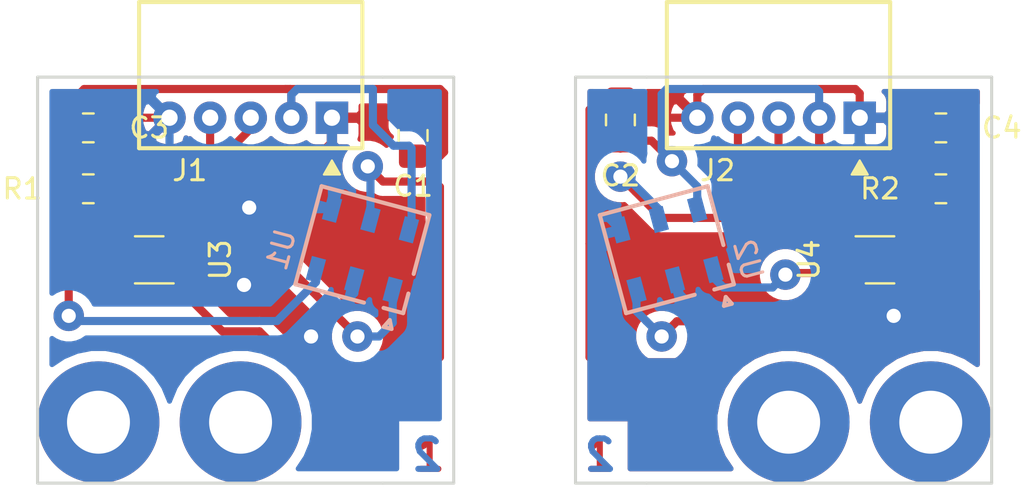
<source format=kicad_pcb>
(kicad_pcb (version 20171130) (host pcbnew 5.1.5-52549c5~84~ubuntu18.04.1)

  (general
    (thickness 1.6)
    (drawings 18)
    (tracks 203)
    (zones 0)
    (modules 12)
    (nets 13)
  )

  (page A4)
  (title_block
    (title Encodeurs-DFRobotics)
    (date 2020-02-05)
    (rev 1.1)
    (company INSA)
  )

  (layers
    (0 F.Cu signal)
    (31 B.Cu signal)
    (32 B.Adhes user)
    (33 F.Adhes user)
    (34 B.Paste user)
    (35 F.Paste user)
    (36 B.SilkS user)
    (37 F.SilkS user)
    (38 B.Mask user)
    (39 F.Mask user)
    (40 Dwgs.User user)
    (41 Cmts.User user)
    (42 Eco1.User user)
    (43 Eco2.User user)
    (44 Edge.Cuts user)
    (45 Margin user)
    (46 B.CrtYd user)
    (47 F.CrtYd user hide)
    (48 B.Fab user hide)
    (49 F.Fab user hide)
  )

  (setup
    (last_trace_width 0.4)
    (user_trace_width 0.3)
    (user_trace_width 0.35)
    (user_trace_width 0.4)
    (user_trace_width 0.5)
    (user_trace_width 0.7)
    (user_trace_width 1)
    (trace_clearance 0.2)
    (zone_clearance 0.508)
    (zone_45_only no)
    (trace_min 0.2)
    (via_size 0.8)
    (via_drill 0.4)
    (via_min_size 0.4)
    (via_min_drill 0.3)
    (user_via 0.8 0.4)
    (user_via 1.5 0.7)
    (user_via 6 3.1)
    (uvia_size 0.3)
    (uvia_drill 0.1)
    (uvias_allowed no)
    (uvia_min_size 0.2)
    (uvia_min_drill 0.1)
    (edge_width 0.15)
    (segment_width 0.2)
    (pcb_text_width 0.3)
    (pcb_text_size 1.5 1.5)
    (mod_edge_width 0.12)
    (mod_text_size 1 1)
    (mod_text_width 0.15)
    (pad_size 1.6 1.6)
    (pad_drill 0.8)
    (pad_to_mask_clearance 0.051)
    (solder_mask_min_width 0.25)
    (aux_axis_origin 0 0)
    (visible_elements FFFFFF7F)
    (pcbplotparams
      (layerselection 0x01010_fffffffe)
      (usegerberextensions false)
      (usegerberattributes false)
      (usegerberadvancedattributes false)
      (creategerberjobfile false)
      (excludeedgelayer false)
      (linewidth 0.100000)
      (plotframeref false)
      (viasonmask false)
      (mode 1)
      (useauxorigin false)
      (hpglpennumber 1)
      (hpglpenspeed 20)
      (hpglpendiameter 15.000000)
      (psnegative false)
      (psa4output false)
      (plotreference true)
      (plotvalue true)
      (plotinvisibletext false)
      (padsonsilk false)
      (subtractmaskfromsilk false)
      (outputformat 4)
      (mirror true)
      (drillshape 2)
      (scaleselection 1)
      (outputdirectory "PDF/"))
  )

  (net 0 "")
  (net 1 +5V)
  (net 2 GND)
  (net 3 /SENS_LEFT_A)
  (net 4 /SENS_LEFT_B)
  (net 5 /SENS_RIGHT_B)
  (net 6 /SENS_RIGHT_A)
  (net 7 "Net-(R1-Pad2)")
  (net 8 "Net-(R2-Pad2)")
  (net 9 "Net-(U1-Pad5)")
  (net 10 "Net-(U1-Pad1)")
  (net 11 "Net-(U2-Pad1)")
  (net 12 "Net-(U2-Pad5)")

  (net_class Default "This is the default net class."
    (clearance 0.2)
    (trace_width 0.25)
    (via_dia 0.8)
    (via_drill 0.4)
    (uvia_dia 0.3)
    (uvia_drill 0.1)
    (add_net +5V)
    (add_net /SENS_LEFT_A)
    (add_net /SENS_LEFT_B)
    (add_net /SENS_RIGHT_A)
    (add_net /SENS_RIGHT_B)
    (add_net GND)
    (add_net "Net-(R1-Pad2)")
    (add_net "Net-(R2-Pad2)")
    (add_net "Net-(U1-Pad1)")
    (add_net "Net-(U1-Pad5)")
    (add_net "Net-(U2-Pad1)")
    (add_net "Net-(U2-Pad5)")
  )

  (module Insa:AEDR-8300 locked (layer B.Cu) (tedit 5E303CE1) (tstamp 5E3059A7)
    (at 111 108.5 105)
    (path /5E3A6F7C)
    (attr smd)
    (fp_text reference U2 (at -1.518239 3.734294 105) (layer B.SilkS)
      (effects (font (size 1 1) (thickness 0.15)) (justify mirror))
    )
    (fp_text value AEDR-8300 (at 0 -5.4 105) (layer B.Fab)
      (effects (font (size 1 1) (thickness 0.15)) (justify mirror))
    )
    (fp_line (start -3.4 2) (end -3 2.2) (layer B.SilkS) (width 0.2))
    (fp_line (start -3.4 2.4) (end -3.4 2) (layer B.SilkS) (width 0.2))
    (fp_line (start -3 2.2) (end -3.4 2.4) (layer B.SilkS) (width 0.2))
    (fp_line (start -0.5 2.75) (end 2.5 2.75) (layer B.SilkS) (width 0.2))
    (fp_line (start -2.5 0.75) (end -2.5 -2.75) (layer B.SilkS) (width 0.2))
    (fp_line (start -2.5 2.75) (end -2.5 1.75) (layer B.SilkS) (width 0.2))
    (fp_line (start -1.5 2.75) (end -2.5 2.75) (layer B.SilkS) (width 0.2))
    (fp_line (start 2.5 -2.75) (end -2.5 -2.75) (layer B.SilkS) (width 0.2))
    (fp_line (start 2.5 2.75) (end 2.5 -2.75) (layer B.SilkS) (width 0.2))
    (fp_line (start -1.98 2.55) (end 0 2.55) (layer B.CrtYd) (width 0.12))
    (fp_line (start -1.98 -2.55) (end -1.98 2.55) (layer B.CrtYd) (width 0.12))
    (fp_line (start 1.98 -2.55) (end -1.98 -2.55) (layer B.CrtYd) (width 0.12))
    (fp_line (start 1.98 2.55) (end 1.98 -2.55) (layer B.CrtYd) (width 0.12))
    (fp_line (start 0 2.55) (end 1.98 2.55) (layer B.CrtYd) (width 0.12))
    (pad 1 smd rect (at -1.54 1.96 105) (size 1.2 0.72) (layers B.Cu B.Paste B.Mask)
      (net 11 "Net-(U2-Pad1)"))
    (pad 6 smd rect (at 1.54 1.96 105) (size 1.2 0.72) (layers B.Cu B.Paste B.Mask)
      (net 1 +5V))
    (pad 4 smd rect (at 1.54 -1.96 105) (size 1.2 0.72) (layers B.Cu B.Paste B.Mask)
      (net 2 GND))
    (pad 3 smd rect (at -1.54 -1.96 105) (size 1.2 0.72) (layers B.Cu B.Paste B.Mask)
      (net 8 "Net-(R2-Pad2)"))
    (pad 5 smd rect (at 1.54 0 105) (size 1.2 0.72) (layers B.Cu B.Paste B.Mask)
      (net 12 "Net-(U2-Pad5)"))
    (pad 2 smd rect (at -1.54 0 105) (size 1.2 0.72) (layers B.Cu B.Paste B.Mask)
      (net 2 GND))
  )

  (module Insa:AEDR-8300 locked (layer B.Cu) (tedit 5E303CE1) (tstamp 5E30598F)
    (at 96 108.5 75)
    (path /5E3A6A7F)
    (attr smd)
    (fp_text reference U1 (at -1.035276 -3.863703 75) (layer B.SilkS)
      (effects (font (size 1 1) (thickness 0.15)) (justify mirror))
    )
    (fp_text value AEDR-8300 (at 0 -5.4 75) (layer B.Fab)
      (effects (font (size 1 1) (thickness 0.15)) (justify mirror))
    )
    (fp_line (start -3.4 2) (end -3 2.2) (layer B.SilkS) (width 0.2))
    (fp_line (start -3.4 2.4) (end -3.4 2) (layer B.SilkS) (width 0.2))
    (fp_line (start -3 2.2) (end -3.4 2.4) (layer B.SilkS) (width 0.2))
    (fp_line (start -0.5 2.75) (end 2.5 2.75) (layer B.SilkS) (width 0.2))
    (fp_line (start -2.5 0.75) (end -2.5 -2.75) (layer B.SilkS) (width 0.2))
    (fp_line (start -2.5 2.75) (end -2.5 1.75) (layer B.SilkS) (width 0.2))
    (fp_line (start -1.5 2.75) (end -2.5 2.75) (layer B.SilkS) (width 0.2))
    (fp_line (start 2.5 -2.75) (end -2.5 -2.75) (layer B.SilkS) (width 0.2))
    (fp_line (start 2.5 2.75) (end 2.5 -2.75) (layer B.SilkS) (width 0.2))
    (fp_line (start -1.98 2.55) (end 0 2.55) (layer B.CrtYd) (width 0.12))
    (fp_line (start -1.98 -2.55) (end -1.98 2.55) (layer B.CrtYd) (width 0.12))
    (fp_line (start 1.98 -2.55) (end -1.98 -2.55) (layer B.CrtYd) (width 0.12))
    (fp_line (start 1.98 2.55) (end 1.98 -2.55) (layer B.CrtYd) (width 0.12))
    (fp_line (start 0 2.55) (end 1.98 2.55) (layer B.CrtYd) (width 0.12))
    (fp_text user "Keepout F.Cu" (at 0 0 -15) (layer Cmts.User)
      (effects (font (size 0.5 0.5) (thickness 0.05)))
    )
    (pad 1 smd rect (at -1.54 1.96 75) (size 1.2 0.72) (layers B.Cu B.Paste B.Mask)
      (net 10 "Net-(U1-Pad1)"))
    (pad 6 smd rect (at 1.54 1.96 75) (size 1.2 0.72) (layers B.Cu B.Paste B.Mask)
      (net 1 +5V))
    (pad 4 smd rect (at 1.54 -1.96 75) (size 1.2 0.72) (layers B.Cu B.Paste B.Mask)
      (net 2 GND))
    (pad 3 smd rect (at -1.54 -1.96 75) (size 1.2 0.72) (layers B.Cu B.Paste B.Mask)
      (net 7 "Net-(R1-Pad2)"))
    (pad 5 smd rect (at 1.54 0 75) (size 1.2 0.72) (layers B.Cu B.Paste B.Mask)
      (net 9 "Net-(U1-Pad5)"))
    (pad 2 smd rect (at -1.54 0 75) (size 1.2 0.72) (layers B.Cu B.Paste B.Mask)
      (net 2 GND))
  )

  (module Insa:DF3A-5P-2DS locked (layer F.Cu) (tedit 5E3BD60B) (tstamp 5E305943)
    (at 90.5 102 180)
    (path /5E31D745)
    (fp_text reference J1 (at 3 -2.6) (layer F.SilkS)
      (effects (font (size 1 1) (thickness 0.15)))
    )
    (fp_text value DF3A-5P-2DS (at 0 7) (layer F.Fab)
      (effects (font (size 1 1) (thickness 0.15)))
    )
    (fp_line (start 5.5 -1.5) (end -5.5 -1.5) (layer F.SilkS) (width 0.2))
    (fp_line (start -5.5 -1.5) (end -5.5 5.7) (layer F.SilkS) (width 0.2))
    (fp_line (start -5.5 5.7) (end 5.5 5.7) (layer F.SilkS) (width 0.2))
    (fp_line (start 5.5 5.7) (end 5.5 -1.5) (layer F.SilkS) (width 0.2))
    (fp_poly (pts (xy -4.4 -2.8) (xy -4 -2.1) (xy -3.6 -2.8)) (layer F.SilkS) (width 0.1))
    (fp_line (start -5.5 -1.5) (end 5.5 -1.5) (layer F.CrtYd) (width 0.12))
    (fp_line (start 5.5 -1.5) (end 5.5 5.7) (layer F.CrtYd) (width 0.12))
    (fp_line (start 5.5 5.7) (end -5.5 5.7) (layer F.CrtYd) (width 0.12))
    (fp_line (start -5.5 5.7) (end -5.5 -1.5) (layer F.CrtYd) (width 0.12))
    (pad 2 thru_hole circle (at -2 0 180) (size 1.6 1.6) (drill 0.8) (layers *.Cu *.Mask)
      (net 1 +5V))
    (pad 3 thru_hole circle (at 0 0 180) (size 1.6 1.6) (drill 0.8) (layers *.Cu *.Mask)
      (net 3 /SENS_LEFT_A))
    (pad 4 thru_hole circle (at 2 0 180) (size 1.6 1.6) (drill 0.8) (layers *.Cu *.Mask)
      (net 4 /SENS_LEFT_B))
    (pad 1 thru_hole rect (at -4 0 180) (size 1.6 1.6) (drill 0.8) (layers *.Cu *.Mask)
      (net 2 GND))
    (pad 5 thru_hole circle (at 4 0 180) (size 1.6 1.6) (drill 0.8) (layers *.Cu *.Mask)
      (net 2 GND))
    (model "/home/dimercur/Documents/Travail/git/NXP_Cup/insa-nxpcup-1/pcb/Modeles 3D/DF3-5P-2DS.stp"
      (offset (xyz -6.65 -2.2 5.5))
      (scale (xyz 1 1 1))
      (rotate (xyz 180 0 0))
    )
  )

  (module Insa:DF3A-5P-2DS locked (layer F.Cu) (tedit 5E3BD626) (tstamp 5E305955)
    (at 116.5 102 180)
    (path /5E31F517)
    (fp_text reference J2 (at 3 -2.6) (layer F.SilkS)
      (effects (font (size 1 1) (thickness 0.15)))
    )
    (fp_text value DF3A-5P-2DS (at 0 7) (layer F.Fab)
      (effects (font (size 1 1) (thickness 0.15)))
    )
    (fp_line (start -5.5 5.7) (end -5.5 -1.5) (layer F.CrtYd) (width 0.12))
    (fp_line (start 5.5 5.7) (end -5.5 5.7) (layer F.CrtYd) (width 0.12))
    (fp_line (start 5.5 -1.5) (end 5.5 5.7) (layer F.CrtYd) (width 0.12))
    (fp_line (start -5.5 -1.5) (end 5.5 -1.5) (layer F.CrtYd) (width 0.12))
    (fp_poly (pts (xy -4.4 -2.8) (xy -4 -2.1) (xy -3.6 -2.8)) (layer F.SilkS) (width 0.1))
    (fp_line (start 5.5 5.7) (end 5.5 -1.5) (layer F.SilkS) (width 0.2))
    (fp_line (start -5.5 5.7) (end 5.5 5.7) (layer F.SilkS) (width 0.2))
    (fp_line (start -5.5 -1.5) (end -5.5 5.7) (layer F.SilkS) (width 0.2))
    (fp_line (start 5.5 -1.5) (end -5.5 -1.5) (layer F.SilkS) (width 0.2))
    (pad 5 thru_hole circle (at 4 0 180) (size 1.6 1.6) (drill 0.8) (layers *.Cu *.Mask)
      (net 2 GND))
    (pad 1 thru_hole rect (at -4 0 180) (size 1.6 1.6) (drill 0.8) (layers *.Cu *.Mask)
      (net 2 GND))
    (pad 4 thru_hole circle (at 2 0 180) (size 1.6 1.6) (drill 0.8) (layers *.Cu *.Mask)
      (net 5 /SENS_RIGHT_B))
    (pad 3 thru_hole circle (at 0 0 180) (size 1.6 1.6) (drill 0.8) (layers *.Cu *.Mask)
      (net 6 /SENS_RIGHT_A))
    (pad 2 thru_hole circle (at -2 0 180) (size 1.6 1.6) (drill 0.8) (layers *.Cu *.Mask)
      (net 1 +5V))
    (model "/home/dimercur/Documents/Travail/git/NXP_Cup/insa-nxpcup-1/pcb/Modeles 3D/DF3-5P-2DS.stp"
      (offset (xyz -6.65 -2.2 5.5))
      (scale (xyz 1 1 1))
      (rotate (xyz 180 0 0))
    )
  )

  (module Capacitor_SMD:C_0805_2012Metric_Pad1.15x1.40mm_HandSolder locked (layer F.Cu) (tedit 5B36C52B) (tstamp 5E318682)
    (at 98.5 102.87 90)
    (descr "Capacitor SMD 0805 (2012 Metric), square (rectangular) end terminal, IPC_7351 nominal with elongated pad for handsoldering. (Body size source: https://docs.google.com/spreadsheets/d/1BsfQQcO9C6DZCsRaXUlFlo91Tg2WpOkGARC1WS5S8t0/edit?usp=sharing), generated with kicad-footprint-generator")
    (tags "capacitor handsolder")
    (path /5E3A78B4)
    (attr smd)
    (fp_text reference C1 (at -2.5 0 180) (layer F.SilkS)
      (effects (font (size 1 1) (thickness 0.15)))
    )
    (fp_text value 1µF (at 0 1.65 270) (layer F.Fab)
      (effects (font (size 1 1) (thickness 0.15)))
    )
    (fp_line (start -1 0.6) (end -1 -0.6) (layer F.Fab) (width 0.1))
    (fp_line (start -1 -0.6) (end 1 -0.6) (layer F.Fab) (width 0.1))
    (fp_line (start 1 -0.6) (end 1 0.6) (layer F.Fab) (width 0.1))
    (fp_line (start 1 0.6) (end -1 0.6) (layer F.Fab) (width 0.1))
    (fp_line (start -0.261252 -0.71) (end 0.261252 -0.71) (layer F.SilkS) (width 0.12))
    (fp_line (start -0.261252 0.71) (end 0.261252 0.71) (layer F.SilkS) (width 0.12))
    (fp_line (start -1.85 0.95) (end -1.85 -0.95) (layer F.CrtYd) (width 0.05))
    (fp_line (start -1.85 -0.95) (end 1.85 -0.95) (layer F.CrtYd) (width 0.05))
    (fp_line (start 1.85 -0.95) (end 1.85 0.95) (layer F.CrtYd) (width 0.05))
    (fp_line (start 1.85 0.95) (end -1.85 0.95) (layer F.CrtYd) (width 0.05))
    (fp_text user %R (at 0 0 270) (layer F.Fab)
      (effects (font (size 0.5 0.5) (thickness 0.08)))
    )
    (pad 1 smd roundrect (at -1.025 0 90) (size 1.15 1.4) (layers F.Cu F.Paste F.Mask) (roundrect_rratio 0.217391)
      (net 1 +5V))
    (pad 2 smd roundrect (at 1.025 0 90) (size 1.15 1.4) (layers F.Cu F.Paste F.Mask) (roundrect_rratio 0.217391)
      (net 2 GND))
    (model ${KISYS3DMOD}/Capacitor_SMD.3dshapes/C_0805_2012Metric.wrl
      (at (xyz 0 0 0))
      (scale (xyz 1 1 1))
      (rotate (xyz 0 0 0))
    )
  )

  (module Capacitor_SMD:C_0805_2012Metric_Pad1.15x1.40mm_HandSolder (layer F.Cu) (tedit 5B36C52B) (tstamp 5E318692)
    (at 108.712 102.108 90)
    (descr "Capacitor SMD 0805 (2012 Metric), square (rectangular) end terminal, IPC_7351 nominal with elongated pad for handsoldering. (Body size source: https://docs.google.com/spreadsheets/d/1BsfQQcO9C6DZCsRaXUlFlo91Tg2WpOkGARC1WS5S8t0/edit?usp=sharing), generated with kicad-footprint-generator")
    (tags "capacitor handsolder")
    (path /5E3A7F61)
    (attr smd)
    (fp_text reference C2 (at -2.75 0 180) (layer F.SilkS)
      (effects (font (size 1 1) (thickness 0.15)))
    )
    (fp_text value 1µF (at 0 1.65 270) (layer F.Fab)
      (effects (font (size 1 1) (thickness 0.15)))
    )
    (fp_text user %R (at 0 0 270) (layer F.Fab)
      (effects (font (size 0.5 0.5) (thickness 0.08)))
    )
    (fp_line (start 1.85 0.95) (end -1.85 0.95) (layer F.CrtYd) (width 0.05))
    (fp_line (start 1.85 -0.95) (end 1.85 0.95) (layer F.CrtYd) (width 0.05))
    (fp_line (start -1.85 -0.95) (end 1.85 -0.95) (layer F.CrtYd) (width 0.05))
    (fp_line (start -1.85 0.95) (end -1.85 -0.95) (layer F.CrtYd) (width 0.05))
    (fp_line (start -0.261252 0.71) (end 0.261252 0.71) (layer F.SilkS) (width 0.12))
    (fp_line (start -0.261252 -0.71) (end 0.261252 -0.71) (layer F.SilkS) (width 0.12))
    (fp_line (start 1 0.6) (end -1 0.6) (layer F.Fab) (width 0.1))
    (fp_line (start 1 -0.6) (end 1 0.6) (layer F.Fab) (width 0.1))
    (fp_line (start -1 -0.6) (end 1 -0.6) (layer F.Fab) (width 0.1))
    (fp_line (start -1 0.6) (end -1 -0.6) (layer F.Fab) (width 0.1))
    (pad 2 smd roundrect (at 1.025 0 90) (size 1.15 1.4) (layers F.Cu F.Paste F.Mask) (roundrect_rratio 0.217391)
      (net 2 GND))
    (pad 1 smd roundrect (at -1.025 0 90) (size 1.15 1.4) (layers F.Cu F.Paste F.Mask) (roundrect_rratio 0.217391)
      (net 1 +5V))
    (model ${KISYS3DMOD}/Capacitor_SMD.3dshapes/C_0805_2012Metric.wrl
      (at (xyz 0 0 0))
      (scale (xyz 1 1 1))
      (rotate (xyz 0 0 0))
    )
  )

  (module Capacitor_SMD:C_0805_2012Metric_Pad1.15x1.40mm_HandSolder locked (layer F.Cu) (tedit 5B36C52B) (tstamp 5E3186B2)
    (at 82.5 102.5)
    (descr "Capacitor SMD 0805 (2012 Metric), square (rectangular) end terminal, IPC_7351 nominal with elongated pad for handsoldering. (Body size source: https://docs.google.com/spreadsheets/d/1BsfQQcO9C6DZCsRaXUlFlo91Tg2WpOkGARC1WS5S8t0/edit?usp=sharing), generated with kicad-footprint-generator")
    (tags "capacitor handsolder")
    (path /5E4036A5)
    (attr smd)
    (fp_text reference C3 (at 3 0 180) (layer F.SilkS)
      (effects (font (size 1 1) (thickness 0.15)))
    )
    (fp_text value 100nF (at 0 1.65 180) (layer F.Fab)
      (effects (font (size 1 1) (thickness 0.15)))
    )
    (fp_line (start -1 0.6) (end -1 -0.6) (layer F.Fab) (width 0.1))
    (fp_line (start -1 -0.6) (end 1 -0.6) (layer F.Fab) (width 0.1))
    (fp_line (start 1 -0.6) (end 1 0.6) (layer F.Fab) (width 0.1))
    (fp_line (start 1 0.6) (end -1 0.6) (layer F.Fab) (width 0.1))
    (fp_line (start -0.261252 -0.71) (end 0.261252 -0.71) (layer F.SilkS) (width 0.12))
    (fp_line (start -0.261252 0.71) (end 0.261252 0.71) (layer F.SilkS) (width 0.12))
    (fp_line (start -1.85 0.95) (end -1.85 -0.95) (layer F.CrtYd) (width 0.05))
    (fp_line (start -1.85 -0.95) (end 1.85 -0.95) (layer F.CrtYd) (width 0.05))
    (fp_line (start 1.85 -0.95) (end 1.85 0.95) (layer F.CrtYd) (width 0.05))
    (fp_line (start 1.85 0.95) (end -1.85 0.95) (layer F.CrtYd) (width 0.05))
    (fp_text user %R (at 0 0 180) (layer F.Fab)
      (effects (font (size 0.5 0.5) (thickness 0.08)))
    )
    (pad 1 smd roundrect (at -1.025 0) (size 1.15 1.4) (layers F.Cu F.Paste F.Mask) (roundrect_rratio 0.217391)
      (net 1 +5V))
    (pad 2 smd roundrect (at 1.025 0) (size 1.15 1.4) (layers F.Cu F.Paste F.Mask) (roundrect_rratio 0.217391)
      (net 2 GND))
    (model ${KISYS3DMOD}/Capacitor_SMD.3dshapes/C_0805_2012Metric.wrl
      (at (xyz 0 0 0))
      (scale (xyz 1 1 1))
      (rotate (xyz 0 0 0))
    )
  )

  (module Capacitor_SMD:C_0805_2012Metric_Pad1.15x1.40mm_HandSolder locked (layer F.Cu) (tedit 5B36C52B) (tstamp 5E3186C3)
    (at 124.5 102.5 180)
    (descr "Capacitor SMD 0805 (2012 Metric), square (rectangular) end terminal, IPC_7351 nominal with elongated pad for handsoldering. (Body size source: https://docs.google.com/spreadsheets/d/1BsfQQcO9C6DZCsRaXUlFlo91Tg2WpOkGARC1WS5S8t0/edit?usp=sharing), generated with kicad-footprint-generator")
    (tags "capacitor handsolder")
    (path /5E404996)
    (attr smd)
    (fp_text reference C4 (at -3 0 180) (layer F.SilkS)
      (effects (font (size 1 1) (thickness 0.15)))
    )
    (fp_text value 100nF (at 0 1.65 180) (layer F.Fab)
      (effects (font (size 1 1) (thickness 0.15)))
    )
    (fp_text user %R (at 0 0 180) (layer F.Fab)
      (effects (font (size 0.5 0.5) (thickness 0.08)))
    )
    (fp_line (start 1.85 0.95) (end -1.85 0.95) (layer F.CrtYd) (width 0.05))
    (fp_line (start 1.85 -0.95) (end 1.85 0.95) (layer F.CrtYd) (width 0.05))
    (fp_line (start -1.85 -0.95) (end 1.85 -0.95) (layer F.CrtYd) (width 0.05))
    (fp_line (start -1.85 0.95) (end -1.85 -0.95) (layer F.CrtYd) (width 0.05))
    (fp_line (start -0.261252 0.71) (end 0.261252 0.71) (layer F.SilkS) (width 0.12))
    (fp_line (start -0.261252 -0.71) (end 0.261252 -0.71) (layer F.SilkS) (width 0.12))
    (fp_line (start 1 0.6) (end -1 0.6) (layer F.Fab) (width 0.1))
    (fp_line (start 1 -0.6) (end 1 0.6) (layer F.Fab) (width 0.1))
    (fp_line (start -1 -0.6) (end 1 -0.6) (layer F.Fab) (width 0.1))
    (fp_line (start -1 0.6) (end -1 -0.6) (layer F.Fab) (width 0.1))
    (pad 2 smd roundrect (at 1.025 0 180) (size 1.15 1.4) (layers F.Cu F.Paste F.Mask) (roundrect_rratio 0.217391)
      (net 2 GND))
    (pad 1 smd roundrect (at -1.025 0 180) (size 1.15 1.4) (layers F.Cu F.Paste F.Mask) (roundrect_rratio 0.217391)
      (net 1 +5V))
    (model ${KISYS3DMOD}/Capacitor_SMD.3dshapes/C_0805_2012Metric.wrl
      (at (xyz 0 0 0))
      (scale (xyz 1 1 1))
      (rotate (xyz 0 0 0))
    )
  )

  (module Resistor_SMD:R_0805_2012Metric_Pad1.15x1.40mm_HandSolder locked (layer F.Cu) (tedit 5B36C52B) (tstamp 5E3186C4)
    (at 82.5 105.5 180)
    (descr "Resistor SMD 0805 (2012 Metric), square (rectangular) end terminal, IPC_7351 nominal with elongated pad for handsoldering. (Body size source: https://docs.google.com/spreadsheets/d/1BsfQQcO9C6DZCsRaXUlFlo91Tg2WpOkGARC1WS5S8t0/edit?usp=sharing), generated with kicad-footprint-generator")
    (tags "resistor handsolder")
    (path /5E3A840F)
    (attr smd)
    (fp_text reference R1 (at 3.25 0 180) (layer F.SilkS)
      (effects (font (size 1 1) (thickness 0.15)))
    )
    (fp_text value 200 (at 0 1.65 180) (layer F.Fab)
      (effects (font (size 1 1) (thickness 0.15)))
    )
    (fp_line (start -1 0.6) (end -1 -0.6) (layer F.Fab) (width 0.1))
    (fp_line (start -1 -0.6) (end 1 -0.6) (layer F.Fab) (width 0.1))
    (fp_line (start 1 -0.6) (end 1 0.6) (layer F.Fab) (width 0.1))
    (fp_line (start 1 0.6) (end -1 0.6) (layer F.Fab) (width 0.1))
    (fp_line (start -0.261252 -0.71) (end 0.261252 -0.71) (layer F.SilkS) (width 0.12))
    (fp_line (start -0.261252 0.71) (end 0.261252 0.71) (layer F.SilkS) (width 0.12))
    (fp_line (start -1.85 0.95) (end -1.85 -0.95) (layer F.CrtYd) (width 0.05))
    (fp_line (start -1.85 -0.95) (end 1.85 -0.95) (layer F.CrtYd) (width 0.05))
    (fp_line (start 1.85 -0.95) (end 1.85 0.95) (layer F.CrtYd) (width 0.05))
    (fp_line (start 1.85 0.95) (end -1.85 0.95) (layer F.CrtYd) (width 0.05))
    (fp_text user %R (at 0 0 180) (layer F.Fab)
      (effects (font (size 0.5 0.5) (thickness 0.08)))
    )
    (pad 1 smd roundrect (at -1.025 0 180) (size 1.15 1.4) (layers F.Cu F.Paste F.Mask) (roundrect_rratio 0.217391)
      (net 1 +5V))
    (pad 2 smd roundrect (at 1.025 0 180) (size 1.15 1.4) (layers F.Cu F.Paste F.Mask) (roundrect_rratio 0.217391)
      (net 7 "Net-(R1-Pad2)"))
    (model ${KISYS3DMOD}/Resistor_SMD.3dshapes/R_0805_2012Metric.wrl
      (at (xyz 0 0 0))
      (scale (xyz 1 1 1))
      (rotate (xyz 0 0 0))
    )
  )

  (module Resistor_SMD:R_0805_2012Metric_Pad1.15x1.40mm_HandSolder locked (layer F.Cu) (tedit 5B36C52B) (tstamp 5E3186D4)
    (at 124.5 105.5)
    (descr "Resistor SMD 0805 (2012 Metric), square (rectangular) end terminal, IPC_7351 nominal with elongated pad for handsoldering. (Body size source: https://docs.google.com/spreadsheets/d/1BsfQQcO9C6DZCsRaXUlFlo91Tg2WpOkGARC1WS5S8t0/edit?usp=sharing), generated with kicad-footprint-generator")
    (tags "resistor handsolder")
    (path /5E3A88BC)
    (attr smd)
    (fp_text reference R2 (at -3 0 180) (layer F.SilkS)
      (effects (font (size 1 1) (thickness 0.15)))
    )
    (fp_text value 200 (at 0 1.65 180) (layer F.Fab)
      (effects (font (size 1 1) (thickness 0.15)))
    )
    (fp_text user %R (at 0 0 180) (layer F.Fab)
      (effects (font (size 0.5 0.5) (thickness 0.08)))
    )
    (fp_line (start 1.85 0.95) (end -1.85 0.95) (layer F.CrtYd) (width 0.05))
    (fp_line (start 1.85 -0.95) (end 1.85 0.95) (layer F.CrtYd) (width 0.05))
    (fp_line (start -1.85 -0.95) (end 1.85 -0.95) (layer F.CrtYd) (width 0.05))
    (fp_line (start -1.85 0.95) (end -1.85 -0.95) (layer F.CrtYd) (width 0.05))
    (fp_line (start -0.261252 0.71) (end 0.261252 0.71) (layer F.SilkS) (width 0.12))
    (fp_line (start -0.261252 -0.71) (end 0.261252 -0.71) (layer F.SilkS) (width 0.12))
    (fp_line (start 1 0.6) (end -1 0.6) (layer F.Fab) (width 0.1))
    (fp_line (start 1 -0.6) (end 1 0.6) (layer F.Fab) (width 0.1))
    (fp_line (start -1 -0.6) (end 1 -0.6) (layer F.Fab) (width 0.1))
    (fp_line (start -1 0.6) (end -1 -0.6) (layer F.Fab) (width 0.1))
    (pad 2 smd roundrect (at 1.025 0) (size 1.15 1.4) (layers F.Cu F.Paste F.Mask) (roundrect_rratio 0.217391)
      (net 8 "Net-(R2-Pad2)"))
    (pad 1 smd roundrect (at -1.025 0) (size 1.15 1.4) (layers F.Cu F.Paste F.Mask) (roundrect_rratio 0.217391)
      (net 1 +5V))
    (model ${KISYS3DMOD}/Resistor_SMD.3dshapes/R_0805_2012Metric.wrl
      (at (xyz 0 0 0))
      (scale (xyz 1 1 1))
      (rotate (xyz 0 0 0))
    )
  )

  (module Package_TO_SOT_SMD:SOT-363_SC-70-6_Handsoldering locked (layer F.Cu) (tedit 5A02FF57) (tstamp 5E3186F9)
    (at 85.5 109 180)
    (descr "SOT-363, SC-70-6, Handsoldering")
    (tags "SOT-363 SC-70-6 Handsoldering")
    (path /5E3E0666)
    (attr smd)
    (fp_text reference U3 (at -3.5 0 270) (layer F.SilkS)
      (effects (font (size 1 1) (thickness 0.15)))
    )
    (fp_text value 74LVC2G34 (at 0 2) (layer F.Fab)
      (effects (font (size 1 1) (thickness 0.15)))
    )
    (fp_text user %R (at 0 0 270) (layer F.Fab)
      (effects (font (size 0.5 0.5) (thickness 0.075)))
    )
    (fp_line (start -2.4 1.4) (end 2.4 1.4) (layer F.CrtYd) (width 0.05))
    (fp_line (start 0.7 -1.16) (end -1.2 -1.16) (layer F.SilkS) (width 0.12))
    (fp_line (start -0.7 1.16) (end 0.7 1.16) (layer F.SilkS) (width 0.12))
    (fp_line (start 2.4 1.4) (end 2.4 -1.4) (layer F.CrtYd) (width 0.05))
    (fp_line (start -2.4 -1.4) (end -2.4 1.4) (layer F.CrtYd) (width 0.05))
    (fp_line (start -2.4 -1.4) (end 2.4 -1.4) (layer F.CrtYd) (width 0.05))
    (fp_line (start 0.675 -1.1) (end -0.175 -1.1) (layer F.Fab) (width 0.1))
    (fp_line (start -0.675 -0.6) (end -0.675 1.1) (layer F.Fab) (width 0.1))
    (fp_line (start 0.675 -1.1) (end 0.675 1.1) (layer F.Fab) (width 0.1))
    (fp_line (start 0.675 1.1) (end -0.675 1.1) (layer F.Fab) (width 0.1))
    (fp_line (start -0.175 -1.1) (end -0.675 -0.6) (layer F.Fab) (width 0.1))
    (pad 1 smd rect (at -1.33 -0.65 180) (size 1.5 0.4) (layers F.Cu F.Paste F.Mask)
      (net 9 "Net-(U1-Pad5)"))
    (pad 2 smd rect (at -1.33 0 180) (size 1.5 0.4) (layers F.Cu F.Paste F.Mask)
      (net 2 GND))
    (pad 3 smd rect (at -1.33 0.65 180) (size 1.5 0.4) (layers F.Cu F.Paste F.Mask)
      (net 10 "Net-(U1-Pad1)"))
    (pad 4 smd rect (at 1.33 0.65 180) (size 1.5 0.4) (layers F.Cu F.Paste F.Mask)
      (net 4 /SENS_LEFT_B))
    (pad 5 smd rect (at 1.33 0 180) (size 1.5 0.4) (layers F.Cu F.Paste F.Mask)
      (net 1 +5V))
    (pad 6 smd rect (at 1.33 -0.65 180) (size 1.5 0.4) (layers F.Cu F.Paste F.Mask)
      (net 3 /SENS_LEFT_A))
    (model ${KISYS3DMOD}/Package_TO_SOT_SMD.3dshapes/SOT-363_SC-70-6.wrl
      (at (xyz 0 0 0))
      (scale (xyz 1 1 1))
      (rotate (xyz 0 0 0))
    )
  )

  (module Package_TO_SOT_SMD:SOT-363_SC-70-6_Handsoldering locked (layer F.Cu) (tedit 5A02FF57) (tstamp 5E31870F)
    (at 121.5 109)
    (descr "SOT-363, SC-70-6, Handsoldering")
    (tags "SOT-363 SC-70-6 Handsoldering")
    (path /5E3E288C)
    (attr smd)
    (fp_text reference U4 (at -3.5 0 270) (layer F.SilkS)
      (effects (font (size 1 1) (thickness 0.15)))
    )
    (fp_text value 74LVC2G34 (at 0 2) (layer F.Fab)
      (effects (font (size 1 1) (thickness 0.15)))
    )
    (fp_line (start -0.175 -1.1) (end -0.675 -0.6) (layer F.Fab) (width 0.1))
    (fp_line (start 0.675 1.1) (end -0.675 1.1) (layer F.Fab) (width 0.1))
    (fp_line (start 0.675 -1.1) (end 0.675 1.1) (layer F.Fab) (width 0.1))
    (fp_line (start -0.675 -0.6) (end -0.675 1.1) (layer F.Fab) (width 0.1))
    (fp_line (start 0.675 -1.1) (end -0.175 -1.1) (layer F.Fab) (width 0.1))
    (fp_line (start -2.4 -1.4) (end 2.4 -1.4) (layer F.CrtYd) (width 0.05))
    (fp_line (start -2.4 -1.4) (end -2.4 1.4) (layer F.CrtYd) (width 0.05))
    (fp_line (start 2.4 1.4) (end 2.4 -1.4) (layer F.CrtYd) (width 0.05))
    (fp_line (start -0.7 1.16) (end 0.7 1.16) (layer F.SilkS) (width 0.12))
    (fp_line (start 0.7 -1.16) (end -1.2 -1.16) (layer F.SilkS) (width 0.12))
    (fp_line (start -2.4 1.4) (end 2.4 1.4) (layer F.CrtYd) (width 0.05))
    (fp_text user %R (at 0 0 270) (layer F.Fab)
      (effects (font (size 0.5 0.5) (thickness 0.075)))
    )
    (pad 6 smd rect (at 1.33 -0.65) (size 1.5 0.4) (layers F.Cu F.Paste F.Mask)
      (net 6 /SENS_RIGHT_A))
    (pad 5 smd rect (at 1.33 0) (size 1.5 0.4) (layers F.Cu F.Paste F.Mask)
      (net 1 +5V))
    (pad 4 smd rect (at 1.33 0.65) (size 1.5 0.4) (layers F.Cu F.Paste F.Mask)
      (net 5 /SENS_RIGHT_B))
    (pad 3 smd rect (at -1.33 0.65) (size 1.5 0.4) (layers F.Cu F.Paste F.Mask)
      (net 11 "Net-(U2-Pad1)"))
    (pad 2 smd rect (at -1.33 0) (size 1.5 0.4) (layers F.Cu F.Paste F.Mask)
      (net 2 GND))
    (pad 1 smd rect (at -1.33 -0.65) (size 1.5 0.4) (layers F.Cu F.Paste F.Mask)
      (net 12 "Net-(U2-Pad5)"))
    (model ${KISYS3DMOD}/Package_TO_SOT_SMD.3dshapes/SOT-363_SC-70-6.wrl
      (at (xyz 0 0 0))
      (scale (xyz 1 1 1))
      (rotate (xyz 0 0 0))
    )
  )

  (gr_poly (pts (xy 100.5 120) (xy 80 120) (xy 80 113) (xy 100.5 113)) (layer F.CrtYd) (width 0.1))
  (gr_poly (pts (xy 127 120) (xy 106.5 120) (xy 106.5 113) (xy 127 113)) (layer F.CrtYd) (width 0.1))
  (gr_text 1 (at 99.314 118.618) (layer F.Cu)
    (effects (font (size 1.5 1.5) (thickness 0.3)))
  )
  (gr_text "1\n" (at 107.696 118.618) (layer F.Cu)
    (effects (font (size 1.5 1.5) (thickness 0.3)))
  )
  (gr_line (start 100.5 120) (end 97 120) (layer Edge.Cuts) (width 0.15) (tstamp 5E317B92))
  (gr_line (start 110 120) (end 106.5 120) (layer Edge.Cuts) (width 0.15) (tstamp 5E317B90))
  (gr_line (start 106.5 100) (end 110 100) (layer Edge.Cuts) (width 0.15) (tstamp 5E317B8D))
  (gr_line (start 97 100) (end 100.5 100) (layer Edge.Cuts) (width 0.15) (tstamp 5E317B8B))
  (gr_text 2 (at 107.696 118.618) (layer B.Cu)
    (effects (font (size 1.5 1.5) (thickness 0.3)) (justify mirror))
  )
  (gr_text 2 (at 99.187 118.618) (layer B.Cu)
    (effects (font (size 1.5 1.5) (thickness 0.3)) (justify mirror))
  )
  (gr_line (start 110 100) (end 127 100) (layer Edge.Cuts) (width 0.15) (tstamp 5E305ADA))
  (gr_line (start 127 120) (end 110 120) (layer Edge.Cuts) (width 0.15) (tstamp 5E305AD9))
  (gr_line (start 127 100) (end 127 120) (layer Edge.Cuts) (width 0.15) (tstamp 5E305AD8))
  (gr_line (start 106.5 120) (end 106.5 100) (layer Edge.Cuts) (width 0.15) (tstamp 5E305AD7))
  (gr_line (start 97 120) (end 80 120) (layer Edge.Cuts) (width 0.15) (tstamp 5E305ACA))
  (gr_line (start 100.5 100) (end 100.5 120) (layer Edge.Cuts) (width 0.15))
  (gr_line (start 80 100) (end 97 100) (layer Edge.Cuts) (width 0.15))
  (gr_line (start 80 120) (end 80 100) (layer Edge.Cuts) (width 0.15))

  (via (at 117 117) (size 6) (drill 3.1) (layers F.Cu B.Cu) (net 0) (status 40000))
  (via (at 124 117) (size 6) (drill 3.1) (layers F.Cu B.Cu) (net 0) (status 40000))
  (via (at 90 117) (size 6) (drill 3.1) (layers F.Cu B.Cu) (net 0) (status 40000))
  (via (at 83 117) (size 6) (drill 3.1) (layers F.Cu B.Cu) (net 0) (status 40000))
  (via (at 111.252 104.14) (size 1.5) (drill 0.7) (layers F.Cu B.Cu) (net 1))
  (segment (start 112.494633 105.382633) (end 112.494633 106.505189) (width 0.4) (layer B.Cu) (net 1))
  (segment (start 111.252 104.14) (end 112.494633 105.382633) (width 0.4) (layer B.Cu) (net 1))
  (segment (start 118.5 100.72) (end 118.5 102) (width 0.4) (layer B.Cu) (net 1))
  (segment (start 118.364 100.584) (end 118.5 100.72) (width 0.4) (layer B.Cu) (net 1))
  (segment (start 110.998 100.584) (end 118.364 100.584) (width 0.4) (layer B.Cu) (net 1))
  (segment (start 110.744 100.838) (end 110.998 100.584) (width 0.4) (layer B.Cu) (net 1))
  (segment (start 111.252 104.14) (end 110.744 103.632) (width 0.4) (layer B.Cu) (net 1))
  (segment (start 110.744 103.632) (end 110.744 100.838) (width 0.4) (layer B.Cu) (net 1))
  (segment (start 118.5 103.26) (end 118.5 102) (width 0.4) (layer F.Cu) (net 1))
  (segment (start 119.126 103.886) (end 118.5 103.26) (width 0.4) (layer F.Cu) (net 1))
  (segment (start 125.525 102.5) (end 125.525 103.583) (width 0.4) (layer F.Cu) (net 1))
  (segment (start 125.525 103.583) (end 125.222 103.886) (width 0.4) (layer F.Cu) (net 1))
  (segment (start 123.475 104.8) (end 123.444 104.769) (width 0.4) (layer F.Cu) (net 1))
  (segment (start 123.475 105.5) (end 123.475 104.8) (width 0.4) (layer F.Cu) (net 1))
  (segment (start 123.444 104.769) (end 123.444 103.886) (width 0.4) (layer F.Cu) (net 1))
  (segment (start 125.222 103.886) (end 123.444 103.886) (width 0.4) (layer F.Cu) (net 1))
  (segment (start 123.444 103.886) (end 119.126 103.886) (width 0.4) (layer F.Cu) (net 1))
  (segment (start 108.712 103.525) (end 109.104 103.133) (width 0.4) (layer F.Cu) (net 1))
  (segment (start 110.245 103.133) (end 111.252 104.14) (width 0.4) (layer F.Cu) (net 1))
  (segment (start 109.104 103.133) (end 110.245 103.133) (width 0.4) (layer F.Cu) (net 1))
  (segment (start 81.475 103.2) (end 82.161 103.886) (width 0.4) (layer F.Cu) (net 1))
  (segment (start 81.475 102.5) (end 81.475 103.2) (width 0.4) (layer F.Cu) (net 1))
  (segment (start 82.161 103.886) (end 83.058 103.886) (width 0.4) (layer F.Cu) (net 1))
  (segment (start 83.525 104.353) (end 83.525 105.5) (width 0.4) (layer F.Cu) (net 1))
  (segment (start 83.058 103.886) (end 83.525 104.353) (width 0.4) (layer F.Cu) (net 1))
  (segment (start 81.475 101.8) (end 81.534 101.741) (width 0.4) (layer F.Cu) (net 1))
  (segment (start 81.475 102.5) (end 81.475 101.8) (width 0.4) (layer F.Cu) (net 1))
  (segment (start 81.534 101.741) (end 81.534 101.346) (width 0.4) (layer F.Cu) (net 1))
  (segment (start 81.534 101.346) (end 82.296 100.584) (width 0.4) (layer F.Cu) (net 1))
  (segment (start 92.5 100.628) (end 92.5 102) (width 0.4) (layer F.Cu) (net 1))
  (segment (start 92.456 100.584) (end 92.5 100.628) (width 0.4) (layer F.Cu) (net 1))
  (segment (start 98.5 103.895) (end 99.813 103.895) (width 0.4) (layer F.Cu) (net 1))
  (segment (start 99.813 103.895) (end 100.02499 103.68301) (width 0.4) (layer F.Cu) (net 1))
  (segment (start 100.02499 103.68301) (end 100.02499 100.78699) (width 0.4) (layer F.Cu) (net 1))
  (segment (start 99.822 100.584) (end 92.202 100.584) (width 0.4) (layer F.Cu) (net 1))
  (segment (start 100.02499 100.78699) (end 99.822 100.584) (width 0.4) (layer F.Cu) (net 1))
  (segment (start 82.296 100.584) (end 92.202 100.584) (width 0.4) (layer F.Cu) (net 1))
  (segment (start 92.202 100.584) (end 92.456 100.584) (width 0.4) (layer F.Cu) (net 1))
  (segment (start 123.475 106.2) (end 123.475 105.5) (width 0.4) (layer F.Cu) (net 1))
  (segment (start 123.952 106.677) (end 123.475 106.2) (width 0.4) (layer F.Cu) (net 1))
  (segment (start 123.952 106.68) (end 123.952 106.677) (width 0.4) (layer F.Cu) (net 1))
  (segment (start 124.172 106.9) (end 123.952 106.68) (width 0.4) (layer F.Cu) (net 1))
  (segment (start 122.83 109) (end 124.172 109) (width 0.4) (layer F.Cu) (net 1))
  (segment (start 124.172 109) (end 124.172 106.9) (width 0.4) (layer F.Cu) (net 1))
  (segment (start 82.55 107.175) (end 83.525 106.2) (width 0.4) (layer F.Cu) (net 1))
  (segment (start 82.55 108.966) (end 82.55 107.175) (width 0.4) (layer F.Cu) (net 1))
  (segment (start 83.525 106.2) (end 83.525 105.5) (width 0.4) (layer F.Cu) (net 1))
  (segment (start 84.17 109) (end 82.584 109) (width 0.4) (layer F.Cu) (net 1))
  (segment (start 82.584 109) (end 82.55 108.966) (width 0.4) (layer F.Cu) (net 1))
  (segment (start 98.425 107.315) (end 98.291796 107.448204) (width 0.4) (layer B.Cu) (net 1))
  (segment (start 98.425 103.505) (end 98.425 107.315) (width 0.4) (layer B.Cu) (net 1))
  (segment (start 98.298 103.378) (end 98.425 103.505) (width 0.4) (layer B.Cu) (net 1))
  (segment (start 98.291796 107.448204) (end 98.291796 107.51976) (width 0.4) (layer B.Cu) (net 1))
  (segment (start 92.5 100.86863) (end 92.78463 100.584) (width 0.4) (layer B.Cu) (net 1))
  (segment (start 92.5 102) (end 92.5 100.86863) (width 0.4) (layer B.Cu) (net 1))
  (segment (start 92.78463 100.584) (end 96.52 100.584) (width 0.4) (layer B.Cu) (net 1))
  (segment (start 96.52 100.584) (end 96.52 102.362) (width 0.4) (layer B.Cu) (net 1))
  (segment (start 97.536 103.378) (end 98.298 103.378) (width 0.4) (layer B.Cu) (net 1))
  (segment (start 96.52 102.362) (end 97.536 103.378) (width 0.4) (layer B.Cu) (net 1))
  (segment (start 84.025 102) (end 83.525 102.5) (width 0.4) (layer F.Cu) (net 2))
  (segment (start 86.5 102) (end 84.025 102) (width 0.4) (layer F.Cu) (net 2))
  (segment (start 122.975 102) (end 123.475 102.5) (width 0.4) (layer F.Cu) (net 2))
  (segment (start 120.5 102) (end 122.975 102) (width 0.4) (layer F.Cu) (net 2))
  (segment (start 120.284 100.584) (end 120.5 100.8) (width 0.4) (layer F.Cu) (net 2))
  (segment (start 120.5 100.8) (end 120.5 102) (width 0.4) (layer F.Cu) (net 2))
  (segment (start 112.78463 100.584) (end 120.284 100.584) (width 0.4) (layer F.Cu) (net 2))
  (segment (start 112.5 100.86863) (end 112.78463 100.584) (width 0.4) (layer F.Cu) (net 2))
  (segment (start 112.5 102) (end 112.5 100.86863) (width 0.4) (layer F.Cu) (net 2))
  (via (at 122.174 111.76) (size 1.5) (drill 0.7) (layers F.Cu B.Cu) (net 2))
  (segment (start 122.174 102.474) (end 121.7 102) (width 0.4) (layer B.Cu) (net 2))
  (segment (start 121.7 102) (end 120.5 102) (width 0.4) (layer B.Cu) (net 2))
  (segment (start 122.174 111.76) (end 122.174 102.474) (width 0.4) (layer B.Cu) (net 2))
  (segment (start 120.17 109) (end 118.652 109) (width 0.4) (layer F.Cu) (net 2))
  (segment (start 118.652 109) (end 117.856 108.204) (width 0.4) (layer F.Cu) (net 2))
  (segment (start 117.856 108.204) (end 107.188 108.204) (width 0.4) (layer F.Cu) (net 2))
  (segment (start 107.188 101.604) (end 107.188 108.204) (width 0.4) (layer F.Cu) (net 2))
  (segment (start 107.709 101.083) (end 107.188 101.604) (width 0.4) (layer F.Cu) (net 2))
  (segment (start 109.719 101.083) (end 107.709 101.083) (width 0.4) (layer F.Cu) (net 2))
  (segment (start 112.5 102) (end 110.636 102) (width 0.4) (layer F.Cu) (net 2))
  (segment (start 110.636 102) (end 109.719 101.083) (width 0.4) (layer F.Cu) (net 2))
  (segment (start 94.505367 102.005367) (end 94.5 102) (width 0.4) (layer B.Cu) (net 2))
  (segment (start 86.5 102) (end 86.5 103.518) (width 0.4) (layer B.Cu) (net 2))
  (segment (start 86.614 103.632) (end 94.488 103.632) (width 0.4) (layer B.Cu) (net 2))
  (segment (start 86.5 103.518) (end 86.614 103.632) (width 0.4) (layer B.Cu) (net 2))
  (segment (start 94.505367 106.505189) (end 94.488 103.632) (width 0.4) (layer B.Cu) (net 2))
  (segment (start 94.488 103.632) (end 94.505367 102.005367) (width 0.4) (layer B.Cu) (net 2))
  (segment (start 94.5 103.2) (end 91.782 105.918) (width 0.4) (layer F.Cu) (net 2))
  (segment (start 94.5 102) (end 94.5 103.2) (width 0.4) (layer F.Cu) (net 2))
  (segment (start 91.782 105.918) (end 90.424 105.918) (width 0.4) (layer F.Cu) (net 2))
  (via (at 90.424 106.426) (size 1.5) (drill 0.7) (layers F.Cu B.Cu) (net 2))
  (segment (start 90.424 105.918) (end 90.424 106.426) (width 0.4) (layer F.Cu) (net 2))
  (segment (start 90.424 106.426) (end 90.424 109.982) (width 0.4) (layer B.Cu) (net 2))
  (via (at 90.17 110.236) (size 1.5) (drill 0.7) (layers F.Cu B.Cu) (net 2))
  (segment (start 90.424 109.982) (end 90.17 110.236) (width 0.4) (layer B.Cu) (net 2))
  (segment (start 88.934 109) (end 86.83 109) (width 0.4) (layer F.Cu) (net 2))
  (segment (start 90.17 110.236) (end 88.934 109) (width 0.4) (layer F.Cu) (net 2))
  (segment (start 90.503189 106.505189) (end 90.424 106.426) (width 0.4) (layer B.Cu) (net 2))
  (segment (start 94.505367 106.505189) (end 90.503189 106.505189) (width 0.4) (layer B.Cu) (net 2))
  (segment (start 97.037 101.845) (end 98.5 101.845) (width 0.4) (layer F.Cu) (net 2))
  (segment (start 94.5 102) (end 96.882 102) (width 0.4) (layer F.Cu) (net 2))
  (segment (start 96.882 102) (end 97.037 101.845) (width 0.4) (layer F.Cu) (net 2))
  (via (at 93.472 112.77601) (size 1.5) (drill 0.7) (layers F.Cu B.Cu) (net 2))
  (segment (start 90.17 110.236) (end 92.71001 112.77601) (width 0.4) (layer F.Cu) (net 2))
  (segment (start 92.71001 112.77601) (end 93.472 112.77601) (width 0.4) (layer F.Cu) (net 2))
  (segment (start 95.601419 109.987526) (end 95.601419 110.646591) (width 0.4) (layer B.Cu) (net 2))
  (segment (start 94.221999 112.026011) (end 93.472 112.77601) (width 0.4) (layer B.Cu) (net 2))
  (segment (start 95.601419 110.646591) (end 94.221999 112.026011) (width 0.4) (layer B.Cu) (net 2))
  (segment (start 120.65 113.284) (end 122.174 111.76) (width 0.4) (layer F.Cu) (net 2))
  (segment (start 113.538 114.046) (end 114.3 113.284) (width 0.4) (layer F.Cu) (net 2))
  (segment (start 107.188 113.792) (end 107.442 114.046) (width 0.4) (layer F.Cu) (net 2))
  (segment (start 107.442 114.046) (end 113.538 114.046) (width 0.4) (layer F.Cu) (net 2))
  (segment (start 107.188 108.204) (end 107.188 113.792) (width 0.4) (layer F.Cu) (net 2))
  (segment (start 114.3 113.284) (end 120.65 113.284) (width 0.4) (layer F.Cu) (net 2))
  (segment (start 112.7125 111.76) (end 122.174 111.76) (width 0.4) (layer B.Cu) (net 2))
  (segment (start 111.561191 110.608691) (end 112.7125 111.76) (width 0.4) (layer B.Cu) (net 2))
  (segment (start 111.561191 110.150136) (end 111.398581 109.987526) (width 0.4) (layer B.Cu) (net 2))
  (segment (start 111.561191 110.608691) (end 111.561191 110.150136) (width 0.4) (layer B.Cu) (net 2))
  (segment (start 120.65 113.284) (end 122.174 111.76) (width 0.4) (layer B.Cu) (net 2))
  (segment (start 108.122444 106.934) (end 107.578302 106.934) (width 0.4) (layer B.Cu) (net 2))
  (segment (start 114.3 113.284) (end 120.65 113.284) (width 0.4) (layer B.Cu) (net 2))
  (segment (start 113.538 114.046) (end 114.3 113.284) (width 0.4) (layer B.Cu) (net 2))
  (segment (start 108.708204 107.51976) (end 108.122444 106.934) (width 0.4) (layer B.Cu) (net 2))
  (segment (start 108.204 114.046) (end 113.538 114.046) (width 0.4) (layer B.Cu) (net 2))
  (segment (start 107.578302 106.934) (end 107.578302 113.420302) (width 0.4) (layer B.Cu) (net 2))
  (segment (start 107.578302 113.420302) (end 108.204 114.046) (width 0.4) (layer B.Cu) (net 2))
  (segment (start 90.5 102.54) (end 90.5 102) (width 0.4) (layer F.Cu) (net 3))
  (segment (start 85.471 107.569) (end 90.5 102.54) (width 0.4) (layer F.Cu) (net 3))
  (segment (start 85.471 109.499) (end 85.471 107.569) (width 0.4) (layer F.Cu) (net 3))
  (segment (start 84.17 109.65) (end 85.32 109.65) (width 0.4) (layer F.Cu) (net 3))
  (segment (start 85.32 109.65) (end 85.471 109.499) (width 0.4) (layer F.Cu) (net 3))
  (segment (start 88.5 103.42) (end 88.5 102) (width 0.4) (layer F.Cu) (net 4))
  (segment (start 84.17 108.35) (end 84.17 107.75) (width 0.4) (layer F.Cu) (net 4))
  (segment (start 84.17 107.75) (end 88.5 103.42) (width 0.4) (layer F.Cu) (net 4))
  (segment (start 121.68 109.65) (end 121.539 109.509) (width 0.4) (layer F.Cu) (net 5))
  (segment (start 122.83 109.65) (end 121.68 109.65) (width 0.4) (layer F.Cu) (net 5))
  (segment (start 121.539 109.509) (end 121.539 107.823) (width 0.4) (layer F.Cu) (net 5))
  (segment (start 121.539 107.823) (end 119.38 105.664) (width 0.4) (layer F.Cu) (net 5))
  (segment (start 114.5 103.578) (end 114.5 102) (width 0.4) (layer F.Cu) (net 5))
  (segment (start 119.38 105.664) (end 116.586 105.664) (width 0.4) (layer F.Cu) (net 5))
  (segment (start 116.586 105.664) (end 114.5 103.578) (width 0.4) (layer F.Cu) (net 5))
  (segment (start 116.5 103.8) (end 116.5 102) (width 0.4) (layer F.Cu) (net 6))
  (segment (start 117.348 104.648) (end 116.5 103.8) (width 0.4) (layer F.Cu) (net 6))
  (segment (start 119.728 104.648) (end 117.348 104.648) (width 0.4) (layer F.Cu) (net 6))
  (segment (start 122.83 108.35) (end 122.83 107.75) (width 0.4) (layer F.Cu) (net 6))
  (segment (start 122.83 107.75) (end 119.728 104.648) (width 0.4) (layer F.Cu) (net 6))
  (via (at 81.534 111.76) (size 1.5) (drill 0.7) (layers F.Cu B.Cu) (net 7))
  (segment (start 81.534 105.559) (end 81.475 105.5) (width 0.4) (layer F.Cu) (net 7))
  (segment (start 81.534 111.76) (end 81.534 105.559) (width 0.4) (layer F.Cu) (net 7))
  (segment (start 91.795609 112.014) (end 81.788 112.014) (width 0.4) (layer B.Cu) (net 7))
  (segment (start 81.788 112.014) (end 81.534 111.76) (width 0.4) (layer B.Cu) (net 7))
  (segment (start 93.708204 109.48024) (end 93.708204 110.101405) (width 0.4) (layer B.Cu) (net 7))
  (segment (start 93.708204 110.101405) (end 91.795609 112.014) (width 0.4) (layer B.Cu) (net 7))
  (segment (start 125.525 110.187) (end 125.222 110.49) (width 0.4) (layer F.Cu) (net 8))
  (segment (start 121.158 110.49) (end 119.621999 112.026001) (width 0.4) (layer F.Cu) (net 8))
  (segment (start 111.493999 112.026001) (end 110.744 112.776) (width 0.4) (layer F.Cu) (net 8))
  (segment (start 109.505367 110.494811) (end 109.505367 111.537367) (width 0.4) (layer B.Cu) (net 8))
  (segment (start 109.505367 111.537367) (end 109.994001 112.026001) (width 0.4) (layer B.Cu) (net 8))
  (via (at 110.744 112.776) (size 1.5) (drill 0.7) (layers F.Cu B.Cu) (net 8))
  (segment (start 125.222 110.49) (end 121.158 110.49) (width 0.4) (layer F.Cu) (net 8))
  (segment (start 119.621999 112.026001) (end 111.493999 112.026001) (width 0.4) (layer F.Cu) (net 8))
  (segment (start 125.525 105.5) (end 125.525 110.187) (width 0.4) (layer F.Cu) (net 8))
  (segment (start 109.994001 112.026001) (end 110.744 112.776) (width 0.4) (layer B.Cu) (net 8))
  (via (at 96.266 104.394) (size 1.5) (drill 0.7) (layers F.Cu B.Cu) (net 9))
  (segment (start 96.398581 107.012474) (end 96.398581 104.526581) (width 0.4) (layer B.Cu) (net 9))
  (segment (start 96.398581 104.526581) (end 96.266 104.394) (width 0.4) (layer B.Cu) (net 9))
  (segment (start 86.83 110.25) (end 86.83 109.65) (width 0.4) (layer F.Cu) (net 9))
  (segment (start 89.102 112.522) (end 86.83 110.25) (width 0.4) (layer F.Cu) (net 9))
  (segment (start 90.932 112.522) (end 89.102 112.522) (width 0.4) (layer F.Cu) (net 9))
  (segment (start 97.015999 105.143999) (end 99.555999 105.143999) (width 0.4) (layer F.Cu) (net 9))
  (segment (start 96.266 104.394) (end 97.015999 105.143999) (width 0.4) (layer F.Cu) (net 9))
  (segment (start 99.555999 105.143999) (end 99.822 105.41) (width 0.4) (layer F.Cu) (net 9))
  (segment (start 99.822 105.41) (end 99.822 113.792) (width 0.4) (layer F.Cu) (net 9))
  (segment (start 99.822 113.792) (end 99.314 114.3) (width 0.4) (layer F.Cu) (net 9))
  (segment (start 92.71 114.3) (end 90.932 112.522) (width 0.4) (layer F.Cu) (net 9))
  (segment (start 99.314 114.3) (end 92.71 114.3) (width 0.4) (layer F.Cu) (net 9))
  (segment (start 86.83 108.35) (end 91.332 108.35) (width 0.4) (layer F.Cu) (net 10))
  (segment (start 91.332 108.35) (end 95.008001 112.026001) (width 0.4) (layer F.Cu) (net 10))
  (via (at 95.758 112.776) (size 1.5) (drill 0.7) (layers F.Cu B.Cu) (net 10))
  (segment (start 96.81866 112.776) (end 95.758 112.776) (width 0.4) (layer B.Cu) (net 10))
  (segment (start 97.494633 112.100027) (end 96.81866 112.776) (width 0.4) (layer B.Cu) (net 10))
  (segment (start 97.494633 110.494811) (end 97.494633 112.100027) (width 0.4) (layer B.Cu) (net 10))
  (segment (start 95.008001 112.026001) (end 95.758 112.776) (width 0.4) (layer F.Cu) (net 10))
  (via (at 116.84 109.728) (size 1.5) (drill 0.7) (layers F.Cu B.Cu) (net 11))
  (segment (start 116.918 109.65) (end 116.84 109.728) (width 0.4) (layer F.Cu) (net 11))
  (segment (start 120.17 109.65) (end 116.918 109.65) (width 0.4) (layer F.Cu) (net 11))
  (segment (start 116.205 110.363) (end 116.84 109.728) (width 0.4) (layer B.Cu) (net 11))
  (segment (start 113.291796 109.48024) (end 113.291796 109.862796) (width 0.4) (layer B.Cu) (net 11))
  (segment (start 113.792 110.363) (end 116.205 110.363) (width 0.4) (layer B.Cu) (net 11))
  (segment (start 113.291796 109.862796) (end 113.792 110.363) (width 0.4) (layer B.Cu) (net 11))
  (segment (start 120.17 107.75) (end 119.354 106.934) (width 0.4) (layer F.Cu) (net 12))
  (segment (start 120.17 108.35) (end 120.17 107.75) (width 0.4) (layer F.Cu) (net 12))
  (segment (start 109.461999 105.651999) (end 108.712 104.902) (width 0.4) (layer F.Cu) (net 12))
  (via (at 108.712 104.902) (size 1.5) (drill 0.7) (layers F.Cu B.Cu) (net 12))
  (segment (start 119.354 106.934) (end 110.744 106.934) (width 0.4) (layer F.Cu) (net 12))
  (segment (start 110.744 106.934) (end 109.461999 105.651999) (width 0.4) (layer F.Cu) (net 12))
  (segment (start 109.000691 104.902) (end 108.712 104.902) (width 0.4) (layer B.Cu) (net 12))
  (segment (start 110.601419 107.012474) (end 110.601419 106.502728) (width 0.4) (layer B.Cu) (net 12))
  (segment (start 110.601419 106.502728) (end 109.000691 104.902) (width 0.4) (layer B.Cu) (net 12))

  (zone (net 2) (net_name GND) (layer B.Cu) (tstamp 5E3BE8FF) (hatch none 0.508)
    (connect_pads (clearance 0.508))
    (min_thickness 0.254)
    (fill yes (arc_segments 32) (thermal_gap 0.508) (thermal_bridge_width 0.508) (smoothing fillet))
    (polygon
      (pts
        (xy 100.75 120.25) (xy 79.75 120.25) (xy 79.75 99.75) (xy 100.75 99.75)
      )
    )
    (filled_polygon
      (pts
        (xy 99.790001 116.828) (xy 97.687715 116.828) (xy 97.687715 119.29) (xy 92.841648 119.29) (xy 93.221295 118.721818)
        (xy 93.495309 118.06029) (xy 93.635 117.358016) (xy 93.635 116.641984) (xy 93.495309 115.93971) (xy 93.221295 115.278182)
        (xy 92.823489 114.682823) (xy 92.317177 114.176511) (xy 91.721818 113.778705) (xy 91.06029 113.504691) (xy 90.358016 113.365)
        (xy 89.641984 113.365) (xy 88.93971 113.504691) (xy 88.278182 113.778705) (xy 87.682823 114.176511) (xy 87.176511 114.682823)
        (xy 86.778705 115.278182) (xy 86.504691 115.93971) (xy 86.5 115.963293) (xy 86.495309 115.93971) (xy 86.221295 115.278182)
        (xy 85.823489 114.682823) (xy 85.317177 114.176511) (xy 84.721818 113.778705) (xy 84.06029 113.504691) (xy 83.358016 113.365)
        (xy 82.641984 113.365) (xy 81.93971 113.504691) (xy 81.278182 113.778705) (xy 80.71 114.158352) (xy 80.71 112.875145)
        (xy 80.877957 112.987371) (xy 81.130011 113.091775) (xy 81.397589 113.145) (xy 81.670411 113.145) (xy 81.937989 113.091775)
        (xy 82.190043 112.987371) (xy 82.397129 112.849) (xy 91.754591 112.849) (xy 91.795609 112.85304) (xy 91.836627 112.849)
        (xy 91.836628 112.849) (xy 91.959298 112.836918) (xy 92.116696 112.789172) (xy 92.261755 112.711636) (xy 92.3889 112.607291)
        (xy 92.415055 112.575421) (xy 94.269636 110.720842) (xy 94.301495 110.694696) (xy 94.352376 110.632698) (xy 94.40584 110.567551)
        (xy 94.462641 110.461284) (xy 94.465781 110.557192) (xy 94.494185 110.679008) (xy 94.545808 110.792943) (xy 94.618666 110.894616)
        (xy 94.70996 110.980123) (xy 94.816182 111.046176) (xy 94.933249 111.090237) (xy 95.005764 111.106487) (xy 95.200192 110.994234)
        (xy 95.445876 110.077329) (xy 95.426557 110.072153) (xy 95.492298 109.826807) (xy 95.511616 109.831983) (xy 95.516792 109.812664)
        (xy 95.762138 109.878405) (xy 95.756962 109.897723) (xy 95.776281 109.902899) (xy 95.71054 110.148245) (xy 95.691222 110.143069)
        (xy 95.445538 111.059974) (xy 95.557791 111.254402) (xy 95.628716 111.276587) (xy 95.752129 111.296963) (xy 95.877146 111.29287)
        (xy 95.998963 111.264466) (xy 96.112897 111.212843) (xy 96.21457 111.139984) (xy 96.300078 111.04869) (xy 96.355557 110.959473)
        (xy 96.358995 111.064478) (xy 96.387399 111.186294) (xy 96.439022 111.300229) (xy 96.511881 111.401903) (xy 96.603175 111.487409)
        (xy 96.659634 111.522517) (xy 96.659634 111.718949) (xy 96.640886 111.700201) (xy 96.414043 111.548629) (xy 96.161989 111.444225)
        (xy 95.894411 111.391) (xy 95.621589 111.391) (xy 95.354011 111.444225) (xy 95.101957 111.548629) (xy 94.875114 111.700201)
        (xy 94.682201 111.893114) (xy 94.530629 112.119957) (xy 94.426225 112.372011) (xy 94.373 112.639589) (xy 94.373 112.912411)
        (xy 94.426225 113.179989) (xy 94.530629 113.432043) (xy 94.682201 113.658886) (xy 94.875114 113.851799) (xy 95.101957 114.003371)
        (xy 95.354011 114.107775) (xy 95.621589 114.161) (xy 95.894411 114.161) (xy 96.161989 114.107775) (xy 96.414043 114.003371)
        (xy 96.640886 113.851799) (xy 96.833799 113.658886) (xy 96.866226 113.610355) (xy 96.982349 113.598918) (xy 97.139747 113.551172)
        (xy 97.284806 113.473636) (xy 97.411951 113.369291) (xy 97.438106 113.337422) (xy 98.056059 112.719469) (xy 98.087924 112.693318)
        (xy 98.192269 112.566173) (xy 98.269805 112.421114) (xy 98.317551 112.263716) (xy 98.329633 112.141046) (xy 98.333673 112.100028)
        (xy 98.329633 112.059009) (xy 98.329633 111.234802) (xy 98.613988 110.173575) (xy 98.634364 110.050161) (xy 98.634162 110.043987)
        (xy 98.635602 110.043899) (xy 98.65968 110.037568) (xy 98.68206 110.026661) (xy 98.701883 110.011597) (xy 98.718385 109.992956)
        (xy 98.730934 109.971453) (xy 98.739046 109.947916) (xy 99.056546 108.614416) (xy 99.059755 108.592882) (xy 99.058857 108.568002)
        (xy 99.053123 108.543775) (xy 99.042772 108.521133) (xy 99.034641 108.509866) (xy 99.056507 108.474702) (xy 99.100568 108.357635)
        (xy 99.411151 107.198524) (xy 99.431527 107.07511) (xy 99.427434 106.950093) (xy 99.39903 106.828277) (xy 99.347407 106.714342)
        (xy 99.274548 106.612668) (xy 99.26 106.599042) (xy 99.26 103.546018) (xy 99.26404 103.504999) (xy 99.247918 103.341312)
        (xy 99.247918 103.341311) (xy 99.200172 103.183913) (xy 99.122636 103.038854) (xy 99.018291 102.911709) (xy 98.986422 102.885555)
        (xy 98.917446 102.816579) (xy 98.891291 102.784709) (xy 98.764146 102.680364) (xy 98.619087 102.602828) (xy 98.461689 102.555082)
        (xy 98.339019 102.543) (xy 98.339018 102.543) (xy 98.298 102.53896) (xy 98.256982 102.543) (xy 97.881868 102.543)
        (xy 97.355 102.016133) (xy 97.355 100.71) (xy 99.79 100.71)
      )
    )
    (filled_polygon
      (pts
        (xy 85.758486 100.763329) (xy 85.686903 101.007298) (xy 86.5 101.820395) (xy 86.514143 101.806253) (xy 86.693748 101.985858)
        (xy 86.679605 102) (xy 86.693748 102.014143) (xy 86.514143 102.193748) (xy 86.5 102.179605) (xy 85.686903 102.992702)
        (xy 85.758486 103.236671) (xy 86.013996 103.357571) (xy 86.288184 103.4263) (xy 86.570512 103.440217) (xy 86.85013 103.398787)
        (xy 87.116292 103.303603) (xy 87.241514 103.236671) (xy 87.313097 102.992704) (xy 87.42937 103.108977) (xy 87.504476 103.033872)
        (xy 87.585241 103.114637) (xy 87.820273 103.27168) (xy 88.081426 103.379853) (xy 88.358665 103.435) (xy 88.641335 103.435)
        (xy 88.918574 103.379853) (xy 89.179727 103.27168) (xy 89.414759 103.114637) (xy 89.5 103.029396) (xy 89.585241 103.114637)
        (xy 89.820273 103.27168) (xy 90.081426 103.379853) (xy 90.358665 103.435) (xy 90.641335 103.435) (xy 90.918574 103.379853)
        (xy 91.179727 103.27168) (xy 91.414759 103.114637) (xy 91.5 103.029396) (xy 91.585241 103.114637) (xy 91.820273 103.27168)
        (xy 92.081426 103.379853) (xy 92.358665 103.435) (xy 92.641335 103.435) (xy 92.918574 103.379853) (xy 93.179727 103.27168)
        (xy 93.23521 103.234607) (xy 93.248815 103.251185) (xy 93.345506 103.330537) (xy 93.45582 103.389502) (xy 93.575518 103.425812)
        (xy 93.7 103.438072) (xy 94.21425 103.435) (xy 94.373 103.27625) (xy 94.373 102.127) (xy 94.353 102.127)
        (xy 94.353 101.873) (xy 94.373 101.873) (xy 94.373 101.853) (xy 94.627 101.853) (xy 94.627 101.873)
        (xy 94.647 101.873) (xy 94.647 102.127) (xy 94.627 102.127) (xy 94.627 103.27625) (xy 94.78575 103.435)
        (xy 95.263461 103.437854) (xy 95.190201 103.511114) (xy 95.038629 103.737957) (xy 94.934225 103.990011) (xy 94.881 104.257589)
        (xy 94.881 104.530411) (xy 94.934225 104.797989) (xy 95.038629 105.050043) (xy 95.190201 105.276886) (xy 95.383114 105.469799)
        (xy 95.563582 105.590384) (xy 95.563582 105.705518) (xy 95.560978 105.699772) (xy 95.48812 105.598099) (xy 95.396826 105.512592)
        (xy 95.290604 105.446539) (xy 95.173537 105.402478) (xy 95.101022 105.386228) (xy 94.906594 105.498481) (xy 94.66091 106.415386)
        (xy 94.680229 106.420562) (xy 94.614488 106.665908) (xy 94.59517 106.660732) (xy 94.589994 106.680051) (xy 94.344648 106.61431)
        (xy 94.349824 106.594992) (xy 93.664742 106.411424) (xy 93.470313 106.523677) (xy 93.386012 106.826424) (xy 93.365636 106.949838)
        (xy 93.367429 107.004614) (xy 93.36432 107.005432) (xy 93.34194 107.016339) (xy 93.322117 107.031403) (xy 93.305615 107.050044)
        (xy 93.293066 107.071547) (xy 93.284954 107.095084) (xy 92.967454 108.428584) (xy 92.964245 108.450118) (xy 92.965143 108.474998)
        (xy 92.967797 108.486213) (xy 92.943493 108.525298) (xy 92.899432 108.642365) (xy 92.588849 109.801476) (xy 92.568473 109.92489)
        (xy 92.572566 110.049907) (xy 92.573751 110.054989) (xy 91.449742 111.179) (xy 82.792455 111.179) (xy 82.761371 111.103957)
        (xy 82.609799 110.877114) (xy 82.416886 110.684201) (xy 82.190043 110.532629) (xy 81.937989 110.428225) (xy 81.670411 110.375)
        (xy 81.397589 110.375) (xy 81.130011 110.428225) (xy 80.877957 110.532629) (xy 80.71 110.644855) (xy 80.71 105.971651)
        (xy 93.618228 105.971651) (xy 93.730482 106.166079) (xy 94.415564 106.349646) (xy 94.661248 105.432741) (xy 94.548995 105.238313)
        (xy 94.47807 105.216128) (xy 94.354657 105.195752) (xy 94.22964 105.199845) (xy 94.107823 105.228249) (xy 93.993889 105.279872)
        (xy 93.892216 105.352731) (xy 93.806708 105.444025) (xy 93.740655 105.550246) (xy 93.696595 105.667313) (xy 93.618228 105.971651)
        (xy 80.71 105.971651) (xy 80.71 102.070512) (xy 85.059783 102.070512) (xy 85.101213 102.35013) (xy 85.196397 102.616292)
        (xy 85.263329 102.741514) (xy 85.507298 102.813097) (xy 86.320395 102) (xy 85.507298 101.186903) (xy 85.263329 101.258486)
        (xy 85.142429 101.513996) (xy 85.0737 101.788184) (xy 85.059783 102.070512) (xy 80.71 102.070512) (xy 80.71 100.71)
        (xy 85.858258 100.71)
      )
    )
  )
  (zone (net 2) (net_name GND) (layer B.Cu) (tstamp 5E3BE8FC) (hatch none 0.508)
    (connect_pads (clearance 0.508))
    (min_thickness 0.254)
    (fill yes (arc_segments 32) (thermal_gap 0.508) (thermal_bridge_width 0.508) (smoothing fillet))
    (polygon
      (pts
        (xy 127.25 120.25) (xy 106.25 120.25) (xy 106.25 99.75) (xy 127.25 99.75)
      )
    )
    (filled_polygon
      (pts
        (xy 109.90496 100.838) (xy 109.909001 100.879028) (xy 109.909 103.590981) (xy 109.90496 103.632) (xy 109.909 103.673018)
        (xy 109.916867 103.752893) (xy 109.867 104.003589) (xy 109.867 104.137646) (xy 109.787799 104.019114) (xy 109.594886 103.826201)
        (xy 109.368043 103.674629) (xy 109.115989 103.570225) (xy 108.848411 103.517) (xy 108.575589 103.517) (xy 108.308011 103.570225)
        (xy 108.055957 103.674629) (xy 107.829114 103.826201) (xy 107.636201 104.019114) (xy 107.484629 104.245957) (xy 107.380225 104.498011)
        (xy 107.327 104.765589) (xy 107.327 105.038411) (xy 107.380225 105.305989) (xy 107.484629 105.558043) (xy 107.636201 105.784886)
        (xy 107.829114 105.977799) (xy 108.055957 106.129371) (xy 108.308011 106.233775) (xy 108.575589 106.287) (xy 108.644879 106.287)
        (xy 108.552323 106.447312) (xy 108.798007 107.364217) (xy 108.817325 107.359041) (xy 108.883066 107.604387) (xy 108.863747 107.609563)
        (xy 108.868923 107.628881) (xy 108.623577 107.694622) (xy 108.618401 107.675303) (xy 107.933319 107.85887) (xy 107.821065 108.053298)
        (xy 107.899432 108.357636) (xy 107.943492 108.474703) (xy 107.945735 108.47831) (xy 107.934535 108.485533) (xy 107.916648 108.50285)
        (xy 107.902482 108.523323) (xy 107.892583 108.546167) (xy 107.88733 108.570503) (xy 107.886926 108.595396) (xy 107.891386 108.61989)
        (xy 108.272386 109.95339) (xy 108.280848 109.975177) (xy 108.294089 109.996261) (xy 108.311189 110.014356) (xy 108.33149 110.028767)
        (xy 108.354213 110.038941) (xy 108.365916 110.041615) (xy 108.365636 110.050162) (xy 108.386012 110.173575) (xy 108.670368 111.234804)
        (xy 108.670368 111.496339) (xy 108.666327 111.537367) (xy 108.682449 111.701055) (xy 108.730195 111.858453) (xy 108.748722 111.893114)
        (xy 108.807732 112.003513) (xy 108.912077 112.130658) (xy 108.943941 112.156808) (xy 109.370236 112.583104) (xy 109.359 112.639589)
        (xy 109.359 112.912411) (xy 109.412225 113.179989) (xy 109.516629 113.432043) (xy 109.668201 113.658886) (xy 109.861114 113.851799)
        (xy 110.087957 114.003371) (xy 110.340011 114.107775) (xy 110.607589 114.161) (xy 110.880411 114.161) (xy 111.147989 114.107775)
        (xy 111.400043 114.003371) (xy 111.626886 113.851799) (xy 111.819799 113.658886) (xy 111.971371 113.432043) (xy 112.075775 113.179989)
        (xy 112.129 112.912411) (xy 112.129 112.639589) (xy 112.075775 112.372011) (xy 111.971371 112.119957) (xy 111.819799 111.893114)
        (xy 111.626886 111.700201) (xy 111.400043 111.548629) (xy 111.147989 111.444225) (xy 110.880411 111.391) (xy 110.607589 111.391)
        (xy 110.551104 111.402236) (xy 110.514273 111.365405) (xy 110.560979 111.300228) (xy 110.612602 111.186293) (xy 110.641005 111.064477)
        (xy 110.644443 110.959473) (xy 110.699922 111.04869) (xy 110.78543 111.139984) (xy 110.887103 111.212843) (xy 111.001037 111.264466)
        (xy 111.122854 111.29287) (xy 111.247871 111.296963) (xy 111.371284 111.276587) (xy 111.442209 111.254402) (xy 111.554462 111.059974)
        (xy 111.308778 110.143069) (xy 111.28946 110.148245) (xy 111.223719 109.902899) (xy 111.243038 109.897723) (xy 111.237862 109.878405)
        (xy 111.483208 109.812664) (xy 111.488384 109.831983) (xy 111.507702 109.826807) (xy 111.573443 110.072153) (xy 111.554124 110.077329)
        (xy 111.799808 110.994234) (xy 111.994236 111.106487) (xy 112.066751 111.090237) (xy 112.183818 111.046176) (xy 112.29004 110.980123)
        (xy 112.381334 110.894616) (xy 112.454192 110.792943) (xy 112.505815 110.679008) (xy 112.534219 110.557192) (xy 112.537657 110.452184)
        (xy 112.593137 110.541403) (xy 112.678643 110.632697) (xy 112.780317 110.705556) (xy 112.894252 110.757179) (xy 113.016068 110.785583)
        (xy 113.034313 110.78618) (xy 113.172554 110.924421) (xy 113.198709 110.956291) (xy 113.325854 111.060636) (xy 113.470913 111.138172)
        (xy 113.628311 111.185918) (xy 113.750981 111.198) (xy 113.750991 111.198) (xy 113.791999 111.202039) (xy 113.833007 111.198)
        (xy 116.163982 111.198) (xy 116.205 111.20204) (xy 116.246018 111.198) (xy 116.246019 111.198) (xy 116.368689 111.185918)
        (xy 116.526087 111.138172) (xy 116.608549 111.094095) (xy 116.703589 111.113) (xy 116.976411 111.113) (xy 117.243989 111.059775)
        (xy 117.496043 110.955371) (xy 117.722886 110.803799) (xy 117.915799 110.610886) (xy 118.067371 110.384043) (xy 118.171775 110.131989)
        (xy 118.225 109.864411) (xy 118.225 109.591589) (xy 118.171775 109.324011) (xy 118.067371 109.071957) (xy 117.915799 108.845114)
        (xy 117.722886 108.652201) (xy 117.496043 108.500629) (xy 117.243989 108.396225) (xy 116.976411 108.343) (xy 116.703589 108.343)
        (xy 116.436011 108.396225) (xy 116.183957 108.500629) (xy 115.957114 108.652201) (xy 115.764201 108.845114) (xy 115.612629 109.071957)
        (xy 115.508225 109.324011) (xy 115.467649 109.528) (xy 114.337873 109.528) (xy 114.100568 108.642365) (xy 114.056508 108.525299)
        (xy 114.043891 108.50501) (xy 114.056956 108.497385) (xy 114.075597 108.480883) (xy 114.090661 108.46106) (xy 114.101568 108.43868)
        (xy 114.107899 108.414602) (xy 114.109411 108.389752) (xy 114.106046 108.365084) (xy 113.788546 107.031584) (xy 113.778813 107.004647)
        (xy 113.765632 106.983526) (xy 113.748584 106.965383) (xy 113.728324 106.950913) (xy 113.705631 106.940675) (xy 113.681376 106.93506)
        (xy 113.656491 106.934285) (xy 113.632458 106.938293) (xy 113.613988 106.826425) (xy 113.329633 105.765198) (xy 113.329633 105.42364)
        (xy 113.333672 105.382632) (xy 113.329633 105.341624) (xy 113.329633 105.341614) (xy 113.317551 105.218944) (xy 113.269805 105.061546)
        (xy 113.192269 104.916487) (xy 113.087924 104.789342) (xy 113.056061 104.763193) (xy 112.625764 104.332897) (xy 112.637 104.276411)
        (xy 112.637 104.003589) (xy 112.583775 103.736011) (xy 112.479371 103.483957) (xy 112.446045 103.434082) (xy 112.570512 103.440217)
        (xy 112.85013 103.398787) (xy 113.116292 103.303603) (xy 113.241514 103.236671) (xy 113.313097 102.992704) (xy 113.42937 103.108977)
        (xy 113.504476 103.033872) (xy 113.585241 103.114637) (xy 113.820273 103.27168) (xy 114.081426 103.379853) (xy 114.358665 103.435)
        (xy 114.641335 103.435) (xy 114.918574 103.379853) (xy 115.179727 103.27168) (xy 115.414759 103.114637) (xy 115.5 103.029396)
        (xy 115.585241 103.114637) (xy 115.820273 103.27168) (xy 116.081426 103.379853) (xy 116.358665 103.435) (xy 116.641335 103.435)
        (xy 116.918574 103.379853) (xy 117.179727 103.27168) (xy 117.414759 103.114637) (xy 117.5 103.029396) (xy 117.585241 103.114637)
        (xy 117.820273 103.27168) (xy 118.081426 103.379853) (xy 118.358665 103.435) (xy 118.641335 103.435) (xy 118.918574 103.379853)
        (xy 119.179727 103.27168) (xy 119.23521 103.234607) (xy 119.248815 103.251185) (xy 119.345506 103.330537) (xy 119.45582 103.389502)
        (xy 119.575518 103.425812) (xy 119.7 103.438072) (xy 120.21425 103.435) (xy 120.373 103.27625) (xy 120.373 102.127)
        (xy 120.627 102.127) (xy 120.627 103.27625) (xy 120.78575 103.435) (xy 121.3 103.438072) (xy 121.424482 103.425812)
        (xy 121.54418 103.389502) (xy 121.654494 103.330537) (xy 121.751185 103.251185) (xy 121.830537 103.154494) (xy 121.889502 103.04418)
        (xy 121.925812 102.924482) (xy 121.938072 102.8) (xy 121.935 102.28575) (xy 121.77625 102.127) (xy 120.627 102.127)
        (xy 120.373 102.127) (xy 120.353 102.127) (xy 120.353 101.873) (xy 120.373 101.873) (xy 120.373 101.853)
        (xy 120.627 101.853) (xy 120.627 101.873) (xy 121.77625 101.873) (xy 121.935 101.71425) (xy 121.938072 101.2)
        (xy 121.925812 101.075518) (xy 121.889502 100.95582) (xy 121.830537 100.845506) (xy 121.751185 100.748815) (xy 121.703889 100.71)
        (xy 126.29 100.71) (xy 126.290001 114.158352) (xy 125.721818 113.778705) (xy 125.06029 113.504691) (xy 124.358016 113.365)
        (xy 123.641984 113.365) (xy 122.93971 113.504691) (xy 122.278182 113.778705) (xy 121.682823 114.176511) (xy 121.176511 114.682823)
        (xy 120.778705 115.278182) (xy 120.504691 115.93971) (xy 120.5 115.963293) (xy 120.495309 115.93971) (xy 120.221295 115.278182)
        (xy 119.823489 114.682823) (xy 119.317177 114.176511) (xy 118.721818 113.778705) (xy 118.06029 113.504691) (xy 117.358016 113.365)
        (xy 116.641984 113.365) (xy 115.93971 113.504691) (xy 115.278182 113.778705) (xy 114.682823 114.176511) (xy 114.176511 114.682823)
        (xy 113.778705 115.278182) (xy 113.504691 115.93971) (xy 113.365 116.641984) (xy 113.365 117.358016) (xy 113.504691 118.06029)
        (xy 113.778705 118.721818) (xy 114.158352 119.29) (xy 109.195286 119.29) (xy 109.195286 116.828) (xy 107.21 116.828)
        (xy 107.21 107.075111) (xy 107.568473 107.075111) (xy 107.588849 107.198525) (xy 107.67315 107.501272) (xy 107.867579 107.613525)
        (xy 108.552661 107.429957) (xy 108.306977 106.513052) (xy 108.112549 106.400799) (xy 108.040034 106.417049) (xy 107.922967 106.46111)
        (xy 107.816745 106.527163) (xy 107.725451 106.61267) (xy 107.652593 106.714343) (xy 107.60097 106.828278) (xy 107.572566 106.950094)
        (xy 107.568473 107.075111) (xy 107.21 107.075111) (xy 107.21 100.71) (xy 109.917567 100.71)
      )
    )
    (filled_polygon
      (pts
        (xy 112.693748 101.985858) (xy 112.679605 102) (xy 112.693748 102.014143) (xy 112.514143 102.193748) (xy 112.5 102.179605)
        (xy 112.485858 102.193748) (xy 112.306253 102.014143) (xy 112.320395 102) (xy 112.306253 101.985858) (xy 112.485858 101.806253)
        (xy 112.5 101.820395) (xy 112.514143 101.806253)
      )
    )
  )
  (zone (net 0) (net_name "") (layer B.Cu) (tstamp 0) (hatch edge 0.508)
    (connect_pads (clearance 0.508))
    (min_thickness 0.254)
    (keepout (tracks not_allowed) (vias not_allowed) (copperpour not_allowed))
    (fill (arc_segments 32) (thermal_gap 0.508) (thermal_bridge_width 0.508))
    (polygon
      (pts
        (xy 113.9825 108.3945) (xy 108.3945 109.9185) (xy 108.0135 108.585) (xy 113.665 107.061)
      )
    )
  )
  (zone (net 0) (net_name "") (layer B.Cu) (tstamp 0) (hatch edge 0.508)
    (connect_pads (clearance 0.508))
    (min_thickness 0.254)
    (keepout (tracks not_allowed) (vias not_allowed) (copperpour not_allowed))
    (fill (arc_segments 32) (thermal_gap 0.508) (thermal_bridge_width 0.508))
    (polygon
      (pts
        (xy 98.933 108.585) (xy 98.6155 109.9185) (xy 93.091 108.458) (xy 93.4085 107.1245)
      )
    )
  )
  (zone (net 2) (net_name GND) (layer F.Cu) (tstamp 5E3BE8F9) (hatch edge 0.508)
    (connect_pads (clearance 0.508))
    (min_thickness 0.254)
    (fill yes (arc_segments 32) (thermal_gap 0.508) (thermal_bridge_width 0.508) (smoothing fillet))
    (polygon
      (pts
        (xy 127 120) (xy 106.5 120) (xy 106.5 100) (xy 127 100)
      )
    )
    (filled_polygon
      (pts
        (xy 107.377 100.79725) (xy 107.53575 100.956) (xy 108.585 100.956) (xy 108.585 100.936) (xy 108.839 100.936)
        (xy 108.839 100.956) (xy 109.88825 100.956) (xy 110.047 100.79725) (xy 110.047927 100.71) (xy 111.858258 100.71)
        (xy 111.758486 100.763329) (xy 111.686903 101.007298) (xy 112.5 101.820395) (xy 112.514143 101.806253) (xy 112.693748 101.985858)
        (xy 112.679605 102) (xy 112.693748 102.014143) (xy 112.514143 102.193748) (xy 112.5 102.179605) (xy 112.485858 102.193748)
        (xy 112.306253 102.014143) (xy 112.320395 102) (xy 111.507298 101.186903) (xy 111.263329 101.258486) (xy 111.142429 101.513996)
        (xy 111.0737 101.788184) (xy 111.059783 102.070512) (xy 111.101213 102.35013) (xy 111.196397 102.616292) (xy 111.263329 102.741514)
        (xy 111.309292 102.755) (xy 111.115589 102.755) (xy 111.059103 102.766236) (xy 110.864446 102.571579) (xy 110.838291 102.539709)
        (xy 110.711146 102.435364) (xy 110.566087 102.357828) (xy 110.408689 102.310082) (xy 110.286019 102.298) (xy 110.286018 102.298)
        (xy 110.245 102.29396) (xy 110.203982 102.298) (xy 109.886771 102.298) (xy 109.789962 102.180038) (xy 109.783406 102.174658)
        (xy 109.863185 102.109185) (xy 109.942537 102.012494) (xy 110.001502 101.90218) (xy 110.037812 101.782482) (xy 110.050072 101.658)
        (xy 110.047 101.36875) (xy 109.88825 101.21) (xy 108.839 101.21) (xy 108.839 101.23) (xy 108.585 101.23)
        (xy 108.585 101.21) (xy 107.53575 101.21) (xy 107.377 101.36875) (xy 107.373928 101.658) (xy 107.386188 101.782482)
        (xy 107.422498 101.90218) (xy 107.481463 102.012494) (xy 107.560815 102.109185) (xy 107.640594 102.174658) (xy 107.634038 102.180038)
        (xy 107.523595 102.314613) (xy 107.441528 102.468149) (xy 107.390992 102.634745) (xy 107.373928 102.807999) (xy 107.373928 103.458001)
        (xy 107.390992 103.631255) (xy 107.441528 103.797851) (xy 107.523595 103.951387) (xy 107.610609 104.057414) (xy 107.484629 104.245957)
        (xy 107.380225 104.498011) (xy 107.327 104.765589) (xy 107.327 105.038411) (xy 107.380225 105.305989) (xy 107.484629 105.558043)
        (xy 107.636201 105.784886) (xy 107.829114 105.977799) (xy 108.055957 106.129371) (xy 108.308011 106.233775) (xy 108.575589 106.287)
        (xy 108.848411 106.287) (xy 108.904897 106.275764) (xy 110.124558 107.495426) (xy 110.150709 107.527291) (xy 110.236425 107.597636)
        (xy 110.277854 107.631636) (xy 110.422913 107.709172) (xy 110.580311 107.756918) (xy 110.743999 107.77304) (xy 110.785018 107.769)
        (xy 118.911216 107.769) (xy 118.889463 107.795506) (xy 118.830498 107.90582) (xy 118.794188 108.025518) (xy 118.781928 108.15)
        (xy 118.781928 108.55) (xy 118.794188 108.674482) (xy 118.79494 108.676962) (xy 118.785 108.76825) (xy 118.83175 108.815)
        (xy 117.885685 108.815) (xy 117.722886 108.652201) (xy 117.496043 108.500629) (xy 117.243989 108.396225) (xy 116.976411 108.343)
        (xy 116.703589 108.343) (xy 116.436011 108.396225) (xy 116.183957 108.500629) (xy 115.957114 108.652201) (xy 115.764201 108.845114)
        (xy 115.612629 109.071957) (xy 115.508225 109.324011) (xy 115.455 109.591589) (xy 115.455 109.864411) (xy 115.508225 110.131989)
        (xy 115.612629 110.384043) (xy 115.764201 110.610886) (xy 115.957114 110.803799) (xy 116.183957 110.955371) (xy 116.436011 111.059775)
        (xy 116.703589 111.113) (xy 116.976411 111.113) (xy 117.243989 111.059775) (xy 117.496043 110.955371) (xy 117.722886 110.803799)
        (xy 117.915799 110.610886) (xy 117.999914 110.485) (xy 119.388808 110.485) (xy 119.42 110.488072) (xy 119.97906 110.488072)
        (xy 119.276132 111.191001) (xy 111.535017 111.191001) (xy 111.493999 111.186961) (xy 111.452981 111.191001) (xy 111.45298 111.191001)
        (xy 111.33031 111.203083) (xy 111.172912 111.250829) (xy 111.027853 111.328365) (xy 110.951532 111.391) (xy 110.937657 111.402387)
        (xy 110.880411 111.391) (xy 110.607589 111.391) (xy 110.340011 111.444225) (xy 110.087957 111.548629) (xy 109.861114 111.700201)
        (xy 109.668201 111.893114) (xy 109.516629 112.119957) (xy 109.412225 112.372011) (xy 109.359 112.639589) (xy 109.359 112.912411)
        (xy 109.412225 113.179989) (xy 109.516629 113.432043) (xy 109.668201 113.658886) (xy 109.861114 113.851799) (xy 110.087957 114.003371)
        (xy 110.340011 114.107775) (xy 110.607589 114.161) (xy 110.880411 114.161) (xy 111.147989 114.107775) (xy 111.400043 114.003371)
        (xy 111.626886 113.851799) (xy 111.819799 113.658886) (xy 111.971371 113.432043) (xy 112.075775 113.179989) (xy 112.129 112.912411)
        (xy 112.129 112.861001) (xy 119.580981 112.861001) (xy 119.621999 112.865041) (xy 119.663017 112.861001) (xy 119.663018 112.861001)
        (xy 119.785688 112.848919) (xy 119.943086 112.801173) (xy 120.088145 112.723637) (xy 120.21529 112.619292) (xy 120.241445 112.587422)
        (xy 121.503868 111.325) (xy 125.180982 111.325) (xy 125.222 111.32904) (xy 125.263018 111.325) (xy 125.263019 111.325)
        (xy 125.385689 111.312918) (xy 125.543087 111.265172) (xy 125.688146 111.187636) (xy 125.815291 111.083291) (xy 125.841445 111.051422)
        (xy 126.086426 110.806442) (xy 126.118291 110.780291) (xy 126.222636 110.653146) (xy 126.290001 110.527116) (xy 126.290001 114.158352)
        (xy 125.721818 113.778705) (xy 125.06029 113.504691) (xy 124.358016 113.365) (xy 123.641984 113.365) (xy 122.93971 113.504691)
        (xy 122.278182 113.778705) (xy 121.682823 114.176511) (xy 121.176511 114.682823) (xy 120.778705 115.278182) (xy 120.504691 115.93971)
        (xy 120.5 115.963293) (xy 120.495309 115.93971) (xy 120.221295 115.278182) (xy 119.823489 114.682823) (xy 119.317177 114.176511)
        (xy 118.721818 113.778705) (xy 118.06029 113.504691) (xy 117.358016 113.365) (xy 116.641984 113.365) (xy 115.93971 113.504691)
        (xy 115.278182 113.778705) (xy 114.682823 114.176511) (xy 114.176511 114.682823) (xy 113.778705 115.278182) (xy 113.504691 115.93971)
        (xy 113.365 116.641984) (xy 113.365 117.358016) (xy 113.504691 118.06029) (xy 113.778705 118.721818) (xy 114.158352 119.29)
        (xy 109.195286 119.29) (xy 109.195286 116.828) (xy 107.21 116.828) (xy 107.21 100.71) (xy 107.376073 100.71)
      )
    )
    (filled_polygon
      (pts
        (xy 126.29 101.283059) (xy 126.189851 101.229528) (xy 126.023255 101.178992) (xy 125.850001 101.161928) (xy 125.199999 101.161928)
        (xy 125.026745 101.178992) (xy 124.860149 101.229528) (xy 124.706613 101.311595) (xy 124.572038 101.422038) (xy 124.566658 101.428594)
        (xy 124.501185 101.348815) (xy 124.404494 101.269463) (xy 124.29418 101.210498) (xy 124.174482 101.174188) (xy 124.05 101.161928)
        (xy 123.76075 101.165) (xy 123.602 101.32375) (xy 123.602 102.373) (xy 123.622 102.373) (xy 123.622 102.627)
        (xy 123.602 102.627) (xy 123.602 102.647) (xy 123.348 102.647) (xy 123.348 102.627) (xy 122.42375 102.627)
        (xy 122.265 102.78575) (xy 122.263033 103.051) (xy 121.885857 103.051) (xy 121.889502 103.04418) (xy 121.925812 102.924482)
        (xy 121.938072 102.8) (xy 121.935 102.28575) (xy 121.77625 102.127) (xy 120.627 102.127) (xy 120.627 102.147)
        (xy 120.373 102.147) (xy 120.373 102.127) (xy 120.353 102.127) (xy 120.353 101.873) (xy 120.373 101.873)
        (xy 120.373 101.853) (xy 120.627 101.853) (xy 120.627 101.873) (xy 121.77625 101.873) (xy 121.84925 101.8)
        (xy 122.261928 101.8) (xy 122.265 102.21425) (xy 122.42375 102.373) (xy 123.348 102.373) (xy 123.348 101.32375)
        (xy 123.18925 101.165) (xy 122.9 101.161928) (xy 122.775518 101.174188) (xy 122.65582 101.210498) (xy 122.545506 101.269463)
        (xy 122.448815 101.348815) (xy 122.369463 101.445506) (xy 122.310498 101.55582) (xy 122.274188 101.675518) (xy 122.261928 101.8)
        (xy 121.84925 101.8) (xy 121.935 101.71425) (xy 121.938072 101.2) (xy 121.925812 101.075518) (xy 121.889502 100.95582)
        (xy 121.830537 100.845506) (xy 121.751185 100.748815) (xy 121.703889 100.71) (xy 126.29 100.71)
      )
    )
  )
  (zone (net 2) (net_name GND) (layer F.Cu) (tstamp 5E3BE8F6) (hatch edge 0.508)
    (connect_pads (clearance 0.508))
    (min_thickness 0.254)
    (fill yes (arc_segments 32) (thermal_gap 0.508) (thermal_bridge_width 0.508) (smoothing fillet))
    (polygon
      (pts
        (xy 100.5 120) (xy 80 120) (xy 80 100) (xy 100.5 100)
      )
    )
    (filled_polygon
      (pts
        (xy 94.384236 112.583104) (xy 94.373 112.639589) (xy 94.373 112.912411) (xy 94.426225 113.179989) (xy 94.530629 113.432043)
        (xy 94.55265 113.465) (xy 93.055869 113.465) (xy 91.551446 111.960579) (xy 91.525291 111.928709) (xy 91.398146 111.824364)
        (xy 91.253087 111.746828) (xy 91.095689 111.699082) (xy 90.973019 111.687) (xy 90.973018 111.687) (xy 90.932 111.68296)
        (xy 90.890982 111.687) (xy 89.447868 111.687) (xy 88.045099 110.284231) (xy 88.110537 110.204494) (xy 88.169502 110.09418)
        (xy 88.205812 109.974482) (xy 88.218072 109.85) (xy 88.218072 109.45) (xy 88.205812 109.325518) (xy 88.20506 109.323038)
        (xy 88.215 109.23175) (xy 88.16825 109.185) (xy 90.986133 109.185)
      )
    )
    (filled_polygon
      (pts
        (xy 97.165 101.55925) (xy 97.32375 101.718) (xy 98.373 101.718) (xy 98.373 101.698) (xy 98.627 101.698)
        (xy 98.627 101.718) (xy 98.647 101.718) (xy 98.647 101.972) (xy 98.627 101.972) (xy 98.627 101.992)
        (xy 98.373 101.992) (xy 98.373 101.972) (xy 97.32375 101.972) (xy 97.165 102.13075) (xy 97.161928 102.42)
        (xy 97.174188 102.544482) (xy 97.210498 102.66418) (xy 97.269463 102.774494) (xy 97.348815 102.871185) (xy 97.428594 102.936658)
        (xy 97.422038 102.942038) (xy 97.311595 103.076613) (xy 97.229528 103.230149) (xy 97.190266 103.359581) (xy 97.148886 103.318201)
        (xy 96.922043 103.166629) (xy 96.669989 103.062225) (xy 96.402411 103.009) (xy 96.129589 103.009) (xy 95.88198 103.058253)
        (xy 95.889502 103.04418) (xy 95.925812 102.924482) (xy 95.938072 102.8) (xy 95.935 102.28575) (xy 95.77625 102.127)
        (xy 94.627 102.127) (xy 94.627 103.27625) (xy 94.78575 103.435) (xy 95.263461 103.437854) (xy 95.190201 103.511114)
        (xy 95.038629 103.737957) (xy 94.934225 103.990011) (xy 94.881 104.257589) (xy 94.881 104.530411) (xy 94.934225 104.797989)
        (xy 95.038629 105.050043) (xy 95.190201 105.276886) (xy 95.383114 105.469799) (xy 95.609957 105.621371) (xy 95.862011 105.725775)
        (xy 96.129589 105.779) (xy 96.402411 105.779) (xy 96.459656 105.767613) (xy 96.524814 105.821086) (xy 96.549853 105.841635)
        (xy 96.694912 105.919171) (xy 96.85231 105.966917) (xy 96.97498 105.978999) (xy 96.974981 105.978999) (xy 97.015999 105.983039)
        (xy 97.057017 105.978999) (xy 98.987 105.978999) (xy 98.987001 113.446132) (xy 98.968133 113.465) (xy 96.96335 113.465)
        (xy 96.985371 113.432043) (xy 97.089775 113.179989) (xy 97.143 112.912411) (xy 97.143 112.639589) (xy 97.089775 112.372011)
        (xy 96.985371 112.119957) (xy 96.833799 111.893114) (xy 96.640886 111.700201) (xy 96.414043 111.548629) (xy 96.161989 111.444225)
        (xy 95.894411 111.391) (xy 95.621589 111.391) (xy 95.565104 111.402236) (xy 91.951446 107.788579) (xy 91.925291 107.756709)
        (xy 91.798146 107.652364) (xy 91.653087 107.574828) (xy 91.495689 107.527082) (xy 91.373019 107.515) (xy 91.373018 107.515)
        (xy 91.332 107.51096) (xy 91.290982 107.515) (xy 87.611192 107.515) (xy 87.58 107.511928) (xy 86.708939 107.511928)
        (xy 90.821756 103.399111) (xy 90.918574 103.379853) (xy 91.179727 103.27168) (xy 91.414759 103.114637) (xy 91.5 103.029396)
        (xy 91.585241 103.114637) (xy 91.820273 103.27168) (xy 92.081426 103.379853) (xy 92.358665 103.435) (xy 92.641335 103.435)
        (xy 92.918574 103.379853) (xy 93.179727 103.27168) (xy 93.23521 103.234607) (xy 93.248815 103.251185) (xy 93.345506 103.330537)
        (xy 93.45582 103.389502) (xy 93.575518 103.425812) (xy 93.7 103.438072) (xy 94.21425 103.435) (xy 94.373 103.27625)
        (xy 94.373 102.127) (xy 94.353 102.127) (xy 94.353 101.873) (xy 94.373 101.873) (xy 94.373 101.853)
        (xy 94.627 101.853) (xy 94.627 101.873) (xy 95.77625 101.873) (xy 95.935 101.71425) (xy 95.936764 101.419)
        (xy 97.16351 101.419)
      )
    )
    (filled_polygon
      (pts
        (xy 85.142429 101.513996) (xy 85.0737 101.788184) (xy 85.059783 102.070512) (xy 85.101213 102.35013) (xy 85.196397 102.616292)
        (xy 85.263329 102.741514) (xy 85.507298 102.813097) (xy 86.320395 102) (xy 86.306253 101.985858) (xy 86.485858 101.806253)
        (xy 86.5 101.820395) (xy 86.514143 101.806253) (xy 86.693748 101.985858) (xy 86.679605 102) (xy 86.693748 102.014143)
        (xy 86.514143 102.193748) (xy 86.5 102.179605) (xy 85.686903 102.992702) (xy 85.758486 103.236671) (xy 86.013996 103.357571)
        (xy 86.288184 103.4263) (xy 86.570512 103.440217) (xy 86.85013 103.398787) (xy 87.116292 103.303603) (xy 87.241514 103.236671)
        (xy 87.313097 102.992704) (xy 87.42937 103.108977) (xy 87.504476 103.033872) (xy 87.585241 103.114637) (xy 87.608772 103.13036)
        (xy 84.732494 106.006639) (xy 84.738072 105.950001) (xy 84.738072 105.049999) (xy 84.721008 104.876745) (xy 84.670472 104.710149)
        (xy 84.588405 104.556613) (xy 84.477962 104.422038) (xy 84.36142 104.326394) (xy 84.347918 104.189312) (xy 84.344788 104.178992)
        (xy 84.300172 104.031913) (xy 84.222636 103.886854) (xy 84.176425 103.830545) (xy 84.224482 103.825812) (xy 84.34418 103.789502)
        (xy 84.454494 103.730537) (xy 84.551185 103.651185) (xy 84.630537 103.554494) (xy 84.689502 103.44418) (xy 84.725812 103.324482)
        (xy 84.738072 103.2) (xy 84.735 102.78575) (xy 84.57625 102.627) (xy 83.652 102.627) (xy 83.652 102.647)
        (xy 83.398 102.647) (xy 83.398 102.627) (xy 83.378 102.627) (xy 83.378 102.373) (xy 83.398 102.373)
        (xy 83.398 102.353) (xy 83.652 102.353) (xy 83.652 102.373) (xy 84.57625 102.373) (xy 84.735 102.21425)
        (xy 84.738072 101.8) (xy 84.725812 101.675518) (xy 84.689502 101.55582) (xy 84.630537 101.445506) (xy 84.608784 101.419)
        (xy 85.187378 101.419)
      )
    )
  )
)

</source>
